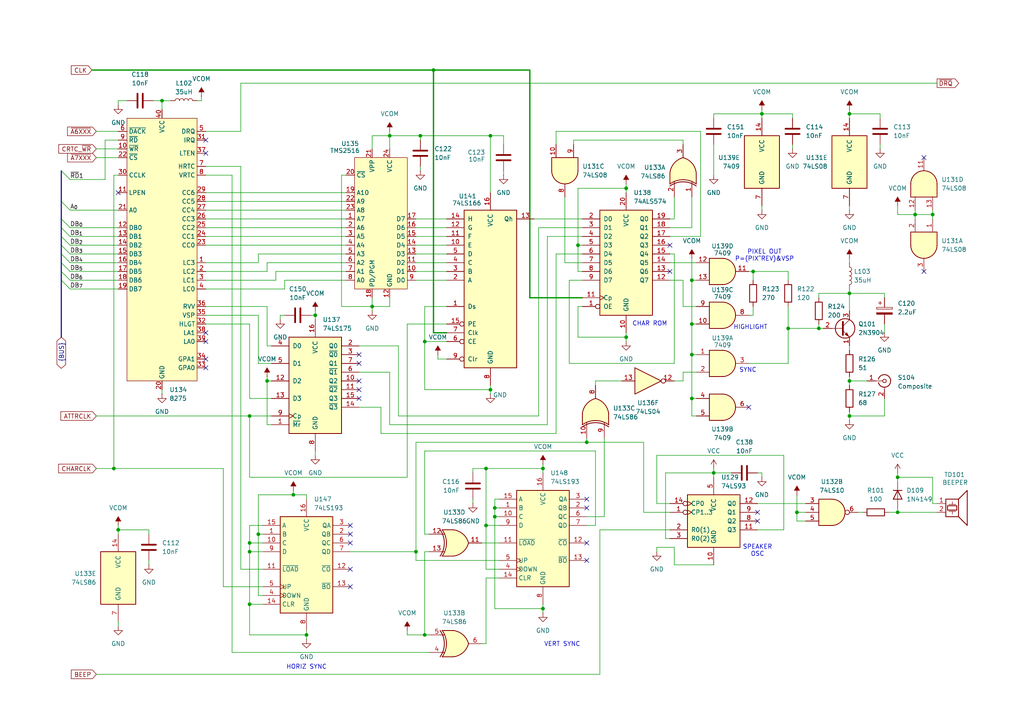
<source format=kicad_sch>
(kicad_sch (version 20250114) (generator "eeschema") (generator_version "9.0")
  (paper "A4")
  (lib_symbols
    (symbol "74LS10_3" (pin_names (offset 1.016))
      (property "Reference" "U132" (at -0.0083 8.89 0))
      (property "Value" "74LS10" (at -0.0083 6.35 0))
      (symbol "74LS10_3_1_1"
        (pin input line (at -7.62 2.54 0) (length 3.81) (name "~") (number "1"))
        (pin input line (at -7.62 0 0) (length 3.81) (name "~") (number "2"))
        (pin input line (at -7.62 -2.54 0) (length 3.81) (name "~") (number "13"))
        (pin output inverted (at 7.62 0 180) (length 3.81) (name "~") (number "12"))
      )
      (symbol "74LS10_3_1_2"
        (pin input inverted (at -7.62 2.54 0) (length 4.318) (name "~") (number "1"))
        (pin input inverted (at -7.62 0 0) (length 4.953) (name "~") (number "2"))
        (pin input inverted (at -7.62 -2.54 0) (length 4.318) (name "~") (number "13"))
        (pin output line (at 7.62 0 180) (length 3.81) (name "~") (number "12"))
      )
      (symbol "74LS10_3_2_1"
        (pin input line (at -7.62 2.54 0) (length 3.81) (name "~") (number "3"))
        (pin input line (at -7.62 0 0) (length 3.81) (name "~") (number "4"))
        (pin input line (at -7.62 -2.54 0) (length 3.81) (name "~") (number "5"))
        (pin output inverted (at 7.62 0 180) (length 3.81) (name "~") (number "6"))
      )
      (symbol "74LS10_3_2_2"
        (pin input inverted (at -7.62 2.54 0) (length 4.318) (name "~") (number "3"))
        (pin input inverted (at -7.62 0 0) (length 4.953) (name "~") (number "4"))
        (pin input inverted (at -7.62 -2.54 0) (length 4.318) (name "~") (number "5"))
        (pin output line (at 7.62 0 180) (length 3.81) (name "~") (number "6"))
      )
      (symbol "74LS10_3_3_1"
        (pin input line (at -7.62 2.54 0) (length 3.81) (name "~") (number "10"))
        (pin input line (at -7.62 0 0) (length 3.81) (name "~") (number "9"))
        (pin input line (at -7.62 -2.54 0) (length 3.81) (name "~") (number "11"))
        (pin output inverted (at 7.62 0 180) (length 3.81) (name "~") (number "8"))
      )
      (symbol "74LS10_3_3_2"
        (pin input inverted (at -7.62 2.54 0) (length 4.318) (name "~") (number "9"))
        (pin input inverted (at -7.62 0 0) (length 4.953) (name "~") (number "10"))
        (pin input inverted (at -7.62 -2.54 0) (length 4.318) (name "~") (number "11"))
        (pin output line (at 7.62 0 180) (length 3.81) (name "~") (number "8"))
      )
      (symbol "74LS10_3_4_0"
        (pin power_in line (at 0 12.7 270) (length 5.08) (name "VCC") (number "14"))
        (pin power_in line (at 0 -12.7 90) (length 5.08) (name "GND") (number "7"))
      )
    )
    (symbol "74xx:74HCT574" (pin_names (offset 1.016))
      (property "Reference" "U" (at -7.62 16.51 0))
      (property "Value" "74HCT574" (at -7.62 -16.51 0))
      (symbol "74HCT574_1_0"
        (pin input line (at -12.7 12.7 0) (length 5.08) (name "D0") (number "2"))
        (pin input line (at -12.7 10.16 0) (length 5.08) (name "D1") (number "3"))
        (pin input line (at -12.7 7.62 0) (length 5.08) (name "D2") (number "4"))
        (pin input line (at -12.7 5.08 0) (length 5.08) (name "D3") (number "5"))
        (pin input line (at -12.7 2.54 0) (length 5.08) (name "D4") (number "6"))
        (pin input line (at -12.7 0 0) (length 5.08) (name "D5") (number "7"))
        (pin input line (at -12.7 -2.54 0) (length 5.08) (name "D6") (number "8"))
        (pin input line (at -12.7 -5.08 0) (length 5.08) (name "D7") (number "9"))
        (pin input clock (at -12.7 -10.16 0) (length 5.08) (name "Cp") (number "11"))
        (pin input inverted (at -12.7 -12.7 0) (length 5.08) (name "OE") (number "1"))
        (pin power_in line (at 0 20.32 270) (length 5.08) (name "VCC") (number "20"))
        (pin power_in line (at 0 -20.32 90) (length 5.08) (name "GND") (number "10"))
        (pin tri_state line (at 12.7 12.7 180) (length 5.08) (name "Q0") (number "19"))
        (pin tri_state line (at 12.7 10.16 180) (length 5.08) (name "Q1") (number "18"))
        (pin tri_state line (at 12.7 7.62 180) (length 5.08) (name "Q2") (number "17"))
        (pin tri_state line (at 12.7 5.08 180) (length 5.08) (name "Q3") (number "16"))
        (pin tri_state line (at 12.7 2.54 180) (length 5.08) (name "Q4") (number "15"))
        (pin tri_state line (at 12.7 0 180) (length 5.08) (name "Q5") (number "14"))
        (pin tri_state line (at 12.7 -2.54 180) (length 5.08) (name "Q6") (number "13"))
        (pin tri_state line (at 12.7 -5.08 180) (length 5.08) (name "Q7") (number "12"))
      )
    )
    (symbol "74xx:74LS04"
      (property "Reference" "U" (at 0 1.27 0))
      (property "Value" "74LS04" (at 0 -1.27 0))
      (symbol "74LS04_1_0"
        (pin input line (at -7.62 0 0) (length 3.81) (name "~") (number "1"))
        (pin output inverted (at 7.62 0 180) (length 3.81) (name "~") (number "2"))
      )
      (symbol "74LS04_2_0"
        (pin input line (at -7.62 0 0) (length 3.81) (name "~") (number "3"))
        (pin output inverted (at 7.62 0 180) (length 3.81) (name "~") (number "4"))
      )
      (symbol "74LS04_3_0"
        (pin input line (at -7.62 0 0) (length 3.81) (name "~") (number "5"))
        (pin output inverted (at 7.62 0 180) (length 3.81) (name "~") (number "6"))
      )
      (symbol "74LS04_4_0"
        (pin input line (at -7.62 0 0) (length 3.81) (name "~") (number "9"))
        (pin output inverted (at 7.62 0 180) (length 3.81) (name "~") (number "8"))
      )
      (symbol "74LS04_5_0"
        (pin input line (at -7.62 0 0) (length 3.81) (name "~") (number "11"))
        (pin output inverted (at 7.62 0 180) (length 3.81) (name "~") (number "10"))
      )
      (symbol "74LS04_6_0"
        (pin input line (at -7.62 0 0) (length 3.81) (name "~") (number "13"))
        (pin output inverted (at 7.62 0 180) (length 3.81) (name "~") (number "12"))
      )
      (symbol "74LS04_7_0"
        (pin power_in line (at 0 12.7 270) (length 5.08) (name "VCC") (number "14"))
        (pin power_in line (at 0 -12.7 90) (length 5.08) (name "GND") (number "7"))
      )
    )
    (symbol "74xx:74LS08" (pin_names (offset 1.016))
      (property "Reference" "U" (at 0 1.27 0))
      (property "Value" "74LS08" (at 0 -1.27 0))
      (symbol "74LS08_1_1"
        (pin input line (at -7.62 2.54 0) (length 3.81) (name "~") (number "1"))
        (pin input line (at -7.62 -2.54 0) (length 3.81) (name "~") (number "2"))
        (pin output line (at 7.62 0 180) (length 3.81) (name "~") (number "3"))
      )
      (symbol "74LS08_1_2"
        (pin input inverted (at -7.62 2.54 0) (length 4.318) (name "~") (number "1"))
        (pin input inverted (at -7.62 -2.54 0) (length 4.318) (name "~") (number "2"))
        (pin output inverted (at 7.62 0 180) (length 3.81) (name "~") (number "3"))
      )
      (symbol "74LS08_2_1"
        (pin input line (at -7.62 2.54 0) (length 3.81) (name "~") (number "4"))
        (pin input line (at -7.62 -2.54 0) (length 3.81) (name "~") (number "5"))
        (pin output line (at 7.62 0 180) (length 3.81) (name "~") (number "6"))
      )
      (symbol "74LS08_2_2"
        (pin input inverted (at -7.62 2.54 0) (length 4.318) (name "~") (number "4"))
        (pin input inverted (at -7.62 -2.54 0) (length 4.318) (name "~") (number "5"))
        (pin output inverted (at 7.62 0 180) (length 3.81) (name "~") (number "6"))
      )
      (symbol "74LS08_3_1"
        (pin input line (at -7.62 2.54 0) (length 3.81) (name "~") (number "9"))
        (pin input line (at -7.62 -2.54 0) (length 3.81) (name "~") (number "10"))
        (pin output line (at 7.62 0 180) (length 3.81) (name "~") (number "8"))
      )
      (symbol "74LS08_3_2"
        (pin input inverted (at -7.62 2.54 0) (length 4.318) (name "~") (number "9"))
        (pin input inverted (at -7.62 -2.54 0) (length 4.318) (name "~") (number "10"))
        (pin output inverted (at 7.62 0 180) (length 3.81) (name "~") (number "8"))
      )
      (symbol "74LS08_4_1"
        (pin input line (at -7.62 2.54 0) (length 3.81) (name "~") (number "12"))
        (pin input line (at -7.62 -2.54 0) (length 3.81) (name "~") (number "13"))
        (pin output line (at 7.62 0 180) (length 3.81) (name "~") (number "11"))
      )
      (symbol "74LS08_4_2"
        (pin input inverted (at -7.62 2.54 0) (length 4.318) (name "~") (number "12"))
        (pin input inverted (at -7.62 -2.54 0) (length 4.318) (name "~") (number "13"))
        (pin output inverted (at 7.62 0 180) (length 3.81) (name "~") (number "11"))
      )
      (symbol "74LS08_5_0"
        (pin power_in line (at 0 12.7 270) (length 5.08) (name "VCC") (number "14"))
        (pin power_in line (at 0 -12.7 90) (length 5.08) (name "GND") (number "7"))
      )
    )
    (symbol "74xx:74LS09" (pin_names (offset 1.016))
      (property "Reference" "U" (at 0 1.27 0))
      (property "Value" "74LS09" (at 0 -1.27 0))
      (symbol "74LS09_1_1"
        (pin input line (at -7.62 2.54 0) (length 3.81) (name "~") (number "1"))
        (pin input line (at -7.62 -2.54 0) (length 3.81) (name "~") (number "2"))
        (pin open_collector line (at 7.62 0 180) (length 3.81) (name "~") (number "3"))
      )
      (symbol "74LS09_1_2"
        (pin input inverted (at -7.62 2.54 0) (length 4.318) (name "~") (number "1"))
        (pin input inverted (at -7.62 -2.54 0) (length 4.318) (name "~") (number "2"))
        (pin output inverted (at 7.62 0 180) (length 3.81) (name "~") (number "3"))
      )
      (symbol "74LS09_2_1"
        (pin input line (at -7.62 2.54 0) (length 3.81) (name "~") (number "4"))
        (pin input line (at -7.62 -2.54 0) (length 3.81) (name "~") (number "5"))
        (pin open_collector line (at 7.62 0 180) (length 3.81) (name "~") (number "6"))
      )
      (symbol "74LS09_2_2"
        (pin input inverted (at -7.62 2.54 0) (length 4.318) (name "~") (number "4"))
        (pin input inverted (at -7.62 -2.54 0) (length 4.318) (name "~") (number "5"))
        (pin output inverted (at 7.62 0 180) (length 3.81) (name "~") (number "6"))
      )
      (symbol "74LS09_3_1"
        (pin input line (at -7.62 2.54 0) (length 3.81) (name "~") (number "9"))
        (pin input line (at -7.62 -2.54 0) (length 3.81) (name "~") (number "10"))
        (pin open_collector line (at 7.62 0 180) (length 3.81) (name "~") (number "8"))
      )
      (symbol "74LS09_3_2"
        (pin input inverted (at -7.62 2.54 0) (length 4.318) (name "~") (number "9"))
        (pin input inverted (at -7.62 -2.54 0) (length 4.318) (name "~") (number "10"))
        (pin output inverted (at 7.62 0 180) (length 3.81) (name "~") (number "8"))
      )
      (symbol "74LS09_4_1"
        (pin input line (at -7.62 2.54 0) (length 3.81) (name "~") (number "12"))
        (pin input line (at -7.62 -2.54 0) (length 3.81) (name "~") (number "13"))
        (pin open_collector line (at 7.62 0 180) (length 3.81) (name "~") (number "11"))
      )
      (symbol "74LS09_4_2"
        (pin input inverted (at -7.62 2.54 0) (length 4.318) (name "~") (number "12"))
        (pin input inverted (at -7.62 -2.54 0) (length 4.318) (name "~") (number "13"))
        (pin output inverted (at 7.62 0 180) (length 3.81) (name "~") (number "11"))
      )
      (symbol "74LS09_5_0"
        (pin power_in line (at 0 12.7 270) (length 5.08) (name "VCC") (number "14"))
        (pin power_in line (at 0 -12.7 90) (length 5.08) (name "GND") (number "7"))
      )
    )
    (symbol "74xx:74LS166" (pin_names (offset 1.016))
      (property "Reference" "U141" (at 12.7 24.2002 0))
      (property "Value" "74LS166" (at 12.7 21.6602 0))
      (symbol "74LS166_1_0"
        (pin input line (at -12.7 17.78 0) (length 5.08) (name "H") (number "14"))
        (pin input line (at -12.7 15.24 0) (length 5.08) (name "G") (number "12"))
        (pin input line (at -12.7 12.7 0) (length 5.08) (name "F") (number "11"))
        (pin input line (at -12.7 10.16 0) (length 5.08) (name "E") (number "10"))
        (pin input line (at -12.7 7.62 0) (length 5.08) (name "D") (number "5"))
        (pin input line (at -12.7 5.08 0) (length 5.08) (name "C") (number "4"))
        (pin input line (at -12.7 2.54 0) (length 5.08) (name "B") (number "3"))
        (pin input line (at -12.7 0 0) (length 5.08) (name "A") (number "2"))
        (pin input line (at -12.7 -7.62 0) (length 5.08) (name "Ds") (number "1"))
        (pin input inverted (at -12.7 -12.7 0) (length 5.08) (name "PE") (number "15"))
        (pin input line (at -12.7 -15.24 0) (length 5.08) (name "Clk") (number "7"))
        (pin input inverted (at -12.7 -17.78 0) (length 5.08) (name "CE") (number "6"))
        (pin input inverted (at -12.7 -22.86 0) (length 5.08) (name "Clr") (number "9"))
        (pin power_in line (at 0 25.4 270) (length 5.08) (name "VCC") (number "16"))
        (pin power_in line (at 0 -30.48 90) (length 5.08) (name "GND") (number "8"))
        (pin output line (at 12.7 17.78 180) (length 5.08) (name "Qh") (number "13"))
      )
    )
    (symbol "74xx:74LS175" (pin_names (offset 1.016))
      (property "Reference" "U" (at -7.62 13.97 0))
      (property "Value" "74LS175" (at -7.62 -16.51 0))
      (symbol "74LS175_1_0"
        (pin input line (at -12.7 10.16 0) (length 5.08) (name "D0") (number "4"))
        (pin input line (at -12.7 5.08 0) (length 5.08) (name "D1") (number "5"))
        (pin input line (at -12.7 0 0) (length 5.08) (name "D2") (number "12"))
        (pin input line (at -12.7 -5.08 0) (length 5.08) (name "D3") (number "13"))
        (pin input clock (at -12.7 -10.16 0) (length 5.08) (name "Cp") (number "9"))
        (pin input line (at -12.7 -12.7 0) (length 5.08) (name "~{Mr}") (number "1"))
        (pin power_in line (at 0 17.78 270) (length 5.08) (name "VCC") (number "16"))
        (pin power_in line (at 0 -20.32 90) (length 5.08) (name "GND") (number "8"))
        (pin output line (at 12.7 10.16 180) (length 5.08) (name "Q0") (number "2"))
        (pin output line (at 12.7 7.62 180) (length 5.08) (name "~{Q0}") (number "3"))
        (pin output line (at 12.7 5.08 180) (length 5.08) (name "Q1") (number "7"))
        (pin output line (at 12.7 2.54 180) (length 5.08) (name "~{Q1}") (number "6"))
        (pin output line (at 12.7 0 180) (length 5.08) (name "Q2") (number "10"))
        (pin output line (at 12.7 -2.54 180) (length 5.08) (name "~{Q2}") (number "11"))
        (pin output line (at 12.7 -5.08 180) (length 5.08) (name "Q3") (number "15"))
        (pin output line (at 12.7 -7.62 180) (length 5.08) (name "~{Q3}") (number "14"))
      )
    )
    (symbol "74xx:74LS193"
      (property "Reference" "U" (at -7.62 13.97 0))
      (property "Value" "74LS193" (at 5.08 13.97 0))
      (symbol "74LS193_1_0"
        (pin input line (at -12.7 10.16 0) (length 5.08) (name "A") (number "15"))
        (pin input line (at -12.7 7.62 0) (length 5.08) (name "B") (number "1"))
        (pin input line (at -12.7 5.08 0) (length 5.08) (name "C") (number "10"))
        (pin input line (at -12.7 2.54 0) (length 5.08) (name "D") (number "9"))
        (pin input line (at -12.7 -2.54 0) (length 5.08) (name "~{LOAD}") (number "11"))
        (pin input clock (at -12.7 -7.62 0) (length 5.08) (name "UP") (number "5"))
        (pin input clock (at -12.7 -10.16 0) (length 5.08) (name "DOWN") (number "4"))
        (pin input line (at -12.7 -12.7 0) (length 5.08) (name "CLR") (number "14"))
        (pin power_in line (at 0 17.78 270) (length 5.08) (name "VCC") (number "16"))
        (pin power_in line (at 0 -20.32 90) (length 5.08) (name "GND") (number "8"))
        (pin output line (at 12.7 10.16 180) (length 5.08) (name "QA") (number "3"))
        (pin output line (at 12.7 7.62 180) (length 5.08) (name "QB") (number "2"))
        (pin output line (at 12.7 5.08 180) (length 5.08) (name "QC") (number "6"))
        (pin output line (at 12.7 2.54 180) (length 5.08) (name "QD") (number "7"))
        (pin output line (at 12.7 -2.54 180) (length 5.08) (name "~{CO}") (number "12"))
        (pin output line (at 12.7 -7.62 180) (length 5.08) (name "~{BO}") (number "13"))
      )
    )
    (symbol "74xx:74LS86" (pin_names (offset 1.016))
      (property "Reference" "U" (at 0 1.27 0))
      (property "Value" "74LS86" (at 0 -1.27 0))
      (symbol "74LS86_1_0"
        (pin input line (at -7.62 2.54 0) (length 4.445) (name "~") (number "1"))
        (pin input line (at -7.62 -2.54 0) (length 4.445) (name "~") (number "2"))
        (pin output line (at 7.62 0 180) (length 3.81) (name "~") (number "3"))
      )
      (symbol "74LS86_2_0"
        (pin input line (at -7.62 2.54 0) (length 4.445) (name "~") (number "4"))
        (pin input line (at -7.62 -2.54 0) (length 4.445) (name "~") (number "5"))
        (pin output line (at 7.62 0 180) (length 3.81) (name "~") (number "6"))
      )
      (symbol "74LS86_3_0"
        (pin input line (at -7.62 2.54 0) (length 4.445) (name "~") (number "9"))
        (pin input line (at -7.62 -2.54 0) (length 4.445) (name "~") (number "10"))
        (pin output line (at 7.62 0 180) (length 3.81) (name "~") (number "8"))
      )
      (symbol "74LS86_4_0"
        (pin input line (at -7.62 2.54 0) (length 4.445) (name "~") (number "12"))
        (pin input line (at -7.62 -2.54 0) (length 4.445) (name "~") (number "13"))
        (pin output line (at 7.62 0 180) (length 3.81) (name "~") (number "11"))
      )
      (symbol "74LS86_5_0"
        (pin power_in line (at 0 12.7 270) (length 5.08) (name "VCC") (number "14"))
        (pin power_in line (at 0 -12.7 90) (length 5.08) (name "GND") (number "7"))
      )
    )
    (symbol "74xx:74LS93" (pin_names (offset 1.016))
      (property "Reference" "U" (at -7.62 8.89 0))
      (property "Value" "74LS93" (at -7.62 -8.89 0))
      (symbol "74LS93_1_0"
        (pin input inverted_clock (at -12.7 5.08 0) (length 5.08) (name "CP0") (number "14"))
        (pin input inverted_clock (at -12.7 2.54 0) (length 5.08) (name "CP1..3") (number "1"))
        (pin input line (at -12.7 -2.54 0) (length 5.08) (name "R0(1)") (number "2"))
        (pin input line (at -12.7 -5.08 0) (length 5.08) (name "R0(2)") (number "3"))
        (pin power_in line (at 0 12.7 270) (length 5.08) (name "VCC") (number "5"))
        (pin power_in line (at 0 -12.7 90) (length 5.08) (name "GND") (number "10"))
        (pin output line (at 12.7 5.08 180) (length 5.08) (name "Q0") (number "12"))
        (pin output line (at 12.7 2.54 180) (length 5.08) (name "Q1") (number "9"))
        (pin output line (at 12.7 0 180) (length 5.08) (name "Q2") (number "8"))
        (pin output line (at 12.7 -2.54 180) (length 5.08) (name "Q3") (number "11"))
      )
    )
    (symbol "Connector:Conn_Coaxial" (pin_names (offset 1.016) (hide yes))
      (property "Reference" "J" (at 0.254 3.048 0))
      (property "Value" "Conn_Coaxial" (at 2.921 0 90))
      (symbol "Conn_Coaxial_1_1"
        (pin passive line (at -5.08 0 0) (length 2.54) (name "In") (number "1"))
        (pin passive line (at 0 -5.08 90) (length 2.54) (name "Ext") (number "2"))
      )
    )
    (symbol "Device:C" (pin_numbers (hide yes)) (pin_names (offset 0.254))
      (property "Reference" "C" (at 0.635 2.54 0))
      (property "Value" "C" (at 0.635 -2.54 0))
      (symbol "C_1_1"
        (pin passive line (at 0 3.81 270) (length 2.794) (name "~") (number "1"))
        (pin passive line (at 0 -3.81 90) (length 2.794) (name "~") (number "2"))
      )
    )
    (symbol "Device:C_Polarized" (pin_numbers (hide yes)) (pin_names (offset 0.254))
      (property "Reference" "C" (at 0.635 2.54 0))
      (property "Value" "C_Polarized" (at 0.635 -2.54 0))
      (symbol "C_Polarized_1_1"
        (pin passive line (at 0 3.81 270) (length 2.794) (name "~") (number "1"))
        (pin passive line (at 0 -3.81 90) (length 2.794) (name "~") (number "2"))
      )
    )
    (symbol "Device:D" (pin_numbers (hide yes)) (pin_names (offset 1.016) (hide yes))
      (property "Reference" "D" (at 0 2.54 0))
      (property "Value" "D" (at 0 -2.54 0))
      (symbol "D_1_1"
        (pin passive line (at -3.81 0 0) (length 2.54) (name "K") (number "1"))
        (pin passive line (at 3.81 0 180) (length 2.54) (name "A") (number "2"))
      )
    )
    (symbol "Device:L" (pin_numbers (hide yes)) (pin_names (offset 1.016) (hide yes))
      (property "Reference" "L" (at -1.27 0 90))
      (property "Value" "L" (at 1.905 0 90))
      (symbol "L_1_1"
        (pin passive line (at 0 3.81 270) (length 1.27) (name "1") (number "1"))
        (pin passive line (at 0 -3.81 90) (length 1.27) (name "2") (number "2"))
      )
    )
    (symbol "Device:R" (pin_numbers (hide yes)) (pin_names (offset 0))
      (property "Reference" "R" (at 2.032 0 90))
      (property "Value" "R" (at 0 0 90))
      (symbol "R_1_1"
        (pin passive line (at 0 3.81 270) (length 1.27) (name "~") (number "1"))
        (pin passive line (at 0 -3.81 90) (length 1.27) (name "~") (number "2"))
      )
    )
    (symbol "Device:Speaker_Crystal" (pin_names (offset 0) (hide yes))
      (property "Reference" "LS" (at 0.635 5.715 0))
      (property "Value" "Speaker_Crystal" (at 0.635 3.81 0))
      (symbol "Speaker_Crystal_1_1"
        (pin input line (at -5.08 0 0) (length 2.54) (name "1") (number "1"))
        (pin input line (at -5.08 -2.54 0) (length 2.54) (name "2") (number "2"))
      )
    )
    (symbol "Transistor_BJT:2N3904" (pin_names (offset 0) (hide yes))
      (property "Reference" "Q" (at 5.08 1.905 0))
      (property "Value" "2N3904" (at 5.08 0 0))
      (symbol "2N3904_1_1"
        (pin input line (at -5.08 0 0) (length 2.54) (name "B") (number "2"))
        (pin passive line (at 2.54 5.08 270) (length 2.54) (name "C") (number "3"))
        (pin passive line (at 2.54 -5.08 90) (length 2.54) (name "E") (number "1"))
      )
    )
    (symbol "ZX1:8275"
      (property "Reference" "U" (at 0 0 0))
      (symbol "8275_1_1"
        (pin input line (at -12.7 22.86 0) (length 2.54) (name "~{DACK}") (number "6"))
        (pin input line (at -12.7 20.32 0) (length 2.54) (name "~{RD}") (number "9"))
        (pin input line (at -12.7 17.78 0) (length 2.54) (name "~{WR}") (number "10"))
        (pin input line (at -12.7 15.24 0) (length 2.54) (name "~{CS}") (number "22"))
        (pin input line (at -12.7 10.16 0) (length 2.54) (name "CCLK") (number "30"))
        (pin input line (at -12.7 5.08 0) (length 2.54) (name "LPEN") (number "11"))
        (pin input line (at -12.7 0 0) (length 2.54) (name "A0") (number "21"))
        (pin bidirectional line (at -12.7 -5.08 0) (length 2.54) (name "DB0") (number "12"))
        (pin bidirectional line (at -12.7 -7.62 0) (length 2.54) (name "DB1") (number "13"))
        (pin bidirectional line (at -12.7 -10.16 0) (length 2.54) (name "DB2") (number "14"))
        (pin bidirectional line (at -12.7 -12.7 0) (length 2.54) (name "DB3") (number "15"))
        (pin bidirectional line (at -12.7 -15.24 0) (length 2.54) (name "DB4") (number "16"))
        (pin bidirectional line (at -12.7 -17.78 0) (length 2.54) (name "DB5") (number "17"))
        (pin bidirectional line (at -12.7 -20.32 0) (length 2.54) (name "DB6") (number "18"))
        (pin bidirectional line (at -12.7 -22.86 0) (length 2.54) (name "DB7") (number "19"))
        (pin power_in line (at 0 29.21 270) (length 2.54) (name "VCC") (number "40"))
        (pin power_in line (at 0 -52.07 90) (length 2.54) (name "GND") (number "20"))
        (pin output line (at 12.7 22.86 180) (length 2.54) (name "DRQ") (number "5"))
        (pin output line (at 12.7 20.32 180) (length 2.54) (name "IRQ") (number "31"))
        (pin output line (at 12.7 16.51 180) (length 2.54) (name "LTEN") (number "37"))
        (pin output line (at 12.7 12.7 180) (length 2.54) (name "HRTC") (number "7"))
        (pin output line (at 12.7 10.16 180) (length 2.54) (name "VRTC") (number "8"))
        (pin output line (at 12.7 5.08 180) (length 2.54) (name "CC6") (number "29"))
        (pin output line (at 12.7 2.54 180) (length 2.54) (name "CC5") (number "28"))
        (pin output line (at 12.7 0 180) (length 2.54) (name "CC4") (number "27"))
        (pin output line (at 12.7 -2.54 180) (length 2.54) (name "CC3") (number "26"))
        (pin output line (at 12.7 -5.08 180) (length 2.54) (name "CC2") (number "25"))
        (pin output line (at 12.7 -7.62 180) (length 2.54) (name "CC1") (number "24"))
        (pin output line (at 12.7 -10.16 180) (length 2.54) (name "CC0") (number "23"))
        (pin output line (at 12.7 -15.24 180) (length 2.54) (name "LC3") (number "1"))
        (pin output line (at 12.7 -17.78 180) (length 2.54) (name "LC2") (number "2"))
        (pin output line (at 12.7 -20.32 180) (length 2.54) (name "LC1") (number "3"))
        (pin output line (at 12.7 -22.86 180) (length 2.54) (name "LC0") (number "4"))
        (pin output line (at 12.7 -27.94 180) (length 2.54) (name "RVV") (number "36"))
        (pin output line (at 12.7 -30.48 180) (length 2.54) (name "VSP") (number "35"))
        (pin output line (at 12.7 -33.02 180) (length 2.54) (name "HLGT") (number "32"))
        (pin output line (at 12.7 -35.56 180) (length 2.54) (name "LA1") (number "38"))
        (pin output line (at 12.7 -38.1 180) (length 2.54) (name "LA0") (number "39"))
        (pin output line (at 12.7 -43.18 180) (length 2.54) (name "GPA1") (number "34"))
        (pin output line (at 12.7 -45.72 180) (length 2.54) (name "GPA0") (number "33"))
      )
    )
    (symbol "ZX1:TMS2516"
      (property "Reference" "U" (at 0 0 0))
      (property "Value" "TMS2516" (at 0 0 0))
      (symbol "TMS2516_1_1"
        (pin input line (at -10.16 7.62 0) (length 2.54) (name "~{CS}") (number "20"))
        (pin input line (at -10.16 2.54 0) (length 2.54) (name "A10") (number "19"))
        (pin input line (at -10.16 0 0) (length 2.54) (name "A9") (number "22"))
        (pin input line (at -10.16 -2.54 0) (length 2.54) (name "A8") (number "23"))
        (pin input line (at -10.16 -5.08 0) (length 2.54) (name "A7") (number "1"))
        (pin input line (at -10.16 -7.62 0) (length 2.54) (name "A6") (number "2"))
        (pin input line (at -10.16 -10.16 0) (length 2.54) (name "A5") (number "3"))
        (pin input line (at -10.16 -12.7 0) (length 2.54) (name "A4") (number "4"))
        (pin input line (at -10.16 -15.24 0) (length 2.54) (name "A3") (number "5"))
        (pin input line (at -10.16 -17.78 0) (length 2.54) (name "A2") (number "6"))
        (pin input line (at -10.16 -20.32 0) (length 2.54) (name "A1") (number "7"))
        (pin input line (at -10.16 -22.86 0) (length 2.54) (name "A0") (number "8"))
        (pin power_in line (at -2.54 15.24 270) (length 2.54) (name "VPP") (number "21"))
        (pin input line (at -2.54 -27.94 90) (length 2.54) (name "PD/PGM") (number "18"))
        (pin power_in line (at 2.54 15.24 270) (length 2.54) (name "VCC") (number "24"))
        (pin power_in line (at 2.54 -27.94 90) (length 2.54) (name "GND") (number "12"))
        (pin output line (at 10.16 -5.08 180) (length 2.54) (name "D7") (number "17"))
        (pin output line (at 10.16 -7.62 180) (length 2.54) (name "D6") (number "16"))
        (pin output line (at 10.16 -10.16 180) (length 2.54) (name "D5") (number "15"))
        (pin output line (at 10.16 -12.7 180) (length 2.54) (name "D4") (number "14"))
        (pin output line (at 10.16 -15.24 180) (length 2.54) (name "D3") (number "13"))
        (pin output line (at 10.16 -17.78 180) (length 2.54) (name "D2") (number "11"))
        (pin output line (at 10.16 -20.32 180) (length 2.54) (name "D1") (number "10"))
        (pin output line (at 10.16 -22.86 180) (length 2.54) (name "D0") (number "9"))
      )
    )
    (symbol "power:GND" (power) (pin_numbers (hide yes)) (pin_names (offset 0) (hide yes))
      (property "Value" "GND" (at 0 -3.81 0))
      (symbol "GND_1_1"
        (pin power_in line (at 0 0 270) (length 0) (name "~") (number "1"))
      )
    )
    (symbol "power:VCC" (power) (pin_numbers (hide yes)) (pin_names (offset 0) (hide yes))
      (property "Value" "VCC" (at 0 3.556 0))
      (symbol "VCC_1_1"
        (pin power_in line (at 0 0 90) (length 0) (name "~") (number "1"))
      )
    )
    (symbol "power:VCOM" (power) (pin_numbers (hide yes)) (pin_names (offset 0) (hide yes))
      (property "Value" "VCOM" (at 0 3.556 0))
      (symbol "VCOM_1_1"
        (pin power_in line (at 0 0 90) (length 0) (name "~") (number "1"))
      )
    )
  )
  (text "VERT SYNC" (at 163.068 186.944 0) (effects (font (size 1.27 1.27))))
  (text "HIGHLIGHT" (at 217.678 94.996 0) (effects (font (size 1.27 1.27))))
  (text "SPEAKER\nOSC" (at 219.71 159.766 0) (effects (font (size 1.27 1.27))))
  (text "PIXEL OUT\nP=(PIX^REV)&VSP" (at 221.742 74.168 0) (effects (font (size 1.27 1.27))))
  (text "SYNC" (at 216.916 107.442 0) (effects (font (size 1.27 1.27))))
  (text "HORIZ SYNC" (at 88.9 193.548 0) (effects (font (size 1.27 1.27))))
  (text "CHAR ROM" (at 188.468 93.98 0) (effects (font (size 1.27 1.27))))
  (junction (at 125.73 20.32))
  (junction (at 72.39 160.02))
  (junction (at 237.49 95.25))
  (junction (at 207.01 137.16))
  (junction (at 143.51 147.32))
  (junction (at 120.65 160.02))
  (junction (at 260.35 138.43))
  (junction (at 157.48 176.53))
  (junction (at 246.38 110.49))
  (junction (at 270.51 62.23))
  (junction (at 72.39 157.48))
  (junction (at 200.66 81.28))
  (junction (at 77.47 110.49))
  (junction (at 142.24 39.37))
  (junction (at 246.38 85.09))
  (junction (at 218.44 78.74))
  (junction (at 170.18 128.27))
  (junction (at 88.9 184.15))
  (junction (at 107.95 88.9))
  (junction (at 265.43 62.23))
  (junction (at 167.64 71.12))
  (junction (at 72.39 120.65))
  (junction (at 91.44 91.44))
  (junction (at 231.14 148.59))
  (junction (at 260.35 148.59))
  (junction (at 85.09 143.51))
  (junction (at 74.93 154.94))
  (junction (at 200.66 115.57))
  (junction (at 181.61 97.79))
  (junction (at 140.97 152.4))
  (junction (at 33.02 135.89))
  (junction (at 200.66 93.98))
  (junction (at 72.39 175.26))
  (junction (at 113.03 39.37))
  (junction (at 246.38 33.02))
  (junction (at 140.97 135.89))
  (junction (at 123.19 184.15))
  (junction (at 123.19 99.06))
  (junction (at 181.61 54.61))
  (junction (at 220.98 33.02))
  (junction (at 246.38 120.65))
  (junction (at 157.48 135.89))
  (junction (at 34.29 153.67))
  (junction (at 200.66 102.87))
  (junction (at 46.99 29.21))
  (junction (at 228.6 95.25))
  (junction (at 142.24 113.03))
  (junction (at 121.92 39.37))
  (junction (at 143.51 149.86))
  (no_connect (at 170.18 144.78))
  (no_connect (at 59.69 40.64))
  (no_connect (at 59.69 99.06))
  (no_connect (at 267.97 78.74))
  (no_connect (at 194.31 78.74))
  (no_connect (at 267.97 45.72))
  (no_connect (at 170.18 157.48))
  (no_connect (at 217.17 118.11))
  (no_connect (at 101.6 154.94))
  (no_connect (at 104.14 110.49))
  (no_connect (at 59.69 106.68))
  (no_connect (at 101.6 170.18))
  (no_connect (at 34.29 55.88))
  (no_connect (at 219.71 148.59))
  (no_connect (at 101.6 165.1))
  (no_connect (at 59.69 44.45))
  (no_connect (at 170.18 147.32))
  (no_connect (at 104.14 105.41))
  (no_connect (at 101.6 157.48))
  (no_connect (at 104.14 113.03))
  (no_connect (at 219.71 151.13))
  (no_connect (at 170.18 162.56))
  (no_connect (at 59.69 96.52))
  (no_connect (at 101.6 152.4))
  (no_connect (at 59.69 104.14))
  (no_connect (at 194.31 71.12))
  (no_connect (at 104.14 102.87))
  (no_connect (at 104.14 115.57))
  (bus_entry (at 17.78 78.74) (size 2.54 2.54))
  (bus_entry (at 17.78 76.2) (size 2.54 2.54))
  (bus_entry (at 17.78 66.04) (size 2.54 2.54))
  (bus_entry (at 17.78 81.28) (size 2.54 2.54))
  (bus_entry (at 17.78 68.58) (size 2.54 2.54))
  (bus_entry (at 17.78 58.42) (size 2.54 2.54))
  (bus_entry (at 17.78 73.66) (size 2.54 2.54))
  (bus_entry (at 17.78 71.12) (size 2.54 2.54))
  (bus_entry (at 17.78 63.5) (size 2.54 2.54))
  (bus_entry (at 17.78 49.53) (size 2.54 2.54))
  (wire (pts (xy 36.83 29.21) (xy 34.29 29.21)))
  (wire (pts (xy 158.75 123.19) (xy 158.75 68.58)))
  (wire (pts (xy 77.47 110.49) (xy 78.74 110.49)))
  (wire (pts (xy 220.98 33.02) (xy 229.87 33.02)))
  (wire (pts (xy 77.47 76.2) (xy 100.33 76.2)))
  (wire (pts (xy 246.38 109.22) (xy 246.38 110.49)))
  (wire (pts (xy 167.64 71.12) (xy 167.64 78.74)))
  (wire (pts (xy 72.39 138.43) (xy 118.11 138.43)))
  (wire (pts (xy 237.49 93.98) (xy 237.49 95.25)))
  (wire (pts (xy 218.44 88.9) (xy 218.44 91.44)))
  (wire (pts (xy 120.65 71.12) (xy 129.54 71.12)))
  (wire (pts (xy 77.47 109.22) (xy 77.47 110.49)))
  (wire (pts (xy 207.01 137.16) (xy 212.09 137.16)))
  (wire (pts (xy 82.55 83.82) (xy 82.55 81.28)))
  (wire (pts (xy 207.01 135.89) (xy 207.01 137.16)))
  (wire (pts (xy 34.29 29.21) (xy 34.29 30.48)))
  (wire (pts (xy 125.73 20.32) (xy 153.67 20.32)) (stroke (width 0.381)))
  (wire (pts (xy 200.66 102.87) (xy 200.66 93.98)))
  (wire (pts (xy 181.61 97.79) (xy 181.61 99.06)))
  (wire (pts (xy 140.97 152.4) (xy 144.78 152.4)))
  (wire (pts (xy 30.48 40.64) (xy 30.48 52.07)))
  (wire (pts (xy 137.16 144.78) (xy 137.16 146.05)))
  (wire (pts (xy 107.95 88.9) (xy 113.03 88.9)))
  (wire (pts (xy 80.01 81.28) (xy 80.01 78.74)))
  (wire (pts (xy 129.54 104.14) (xy 127 104.14)))
  (wire (pts (xy 44.45 29.21) (xy 46.99 29.21)))
  (wire (pts (xy 82.55 91.44) (xy 81.28 91.44)))
  (wire (pts (xy 167.64 71.12) (xy 167.64 54.61)))
  (wire (pts (xy 120.65 128.27) (xy 120.65 160.02)))
  (wire (pts (xy 142.24 39.37) (xy 142.24 55.88)))
  (wire (pts (xy 260.35 148.59) (xy 271.78 148.59)))
  (wire (pts (xy 246.38 33.02) (xy 246.38 34.29)))
  (wire (pts (xy 27.94 195.58) (xy 173.99 195.58)))
  (wire (pts (xy 168.91 86.36) (xy 153.67 86.36)) (stroke (width 0.381)))
  (wire (pts (xy 140.97 135.89) (xy 157.48 135.89)))
  (bus (pts (xy 17.78 63.5) (xy 17.78 66.04)))
  (wire (pts (xy 246.38 83.82) (xy 246.38 85.09)))
  (wire (pts (xy 220.98 31.75) (xy 220.98 33.02)))
  (wire (pts (xy 260.35 138.43) (xy 260.35 139.7)))
  (wire (pts (xy 74.93 76.2) (xy 59.69 76.2)))
  (wire (pts (xy 90.17 91.44) (xy 91.44 91.44)))
  (wire (pts (xy 77.47 123.19) (xy 78.74 123.19)))
  (wire (pts (xy 203.2 68.58) (xy 203.2 38.1)))
  (wire (pts (xy 237.49 86.36) (xy 237.49 85.09)))
  (wire (pts (xy 140.97 167.64) (xy 144.78 167.64)))
  (wire (pts (xy 59.69 38.1) (xy 69.85 38.1)))
  (wire (pts (xy 144.78 147.32) (xy 143.51 147.32)))
  (wire (pts (xy 74.93 154.94) (xy 74.93 143.51)))
  (wire (pts (xy 233.68 151.13) (xy 231.14 151.13)))
  (wire (pts (xy 246.38 110.49) (xy 251.46 110.49)))
  (wire (pts (xy 142.24 39.37) (xy 146.05 39.37)))
  (wire (pts (xy 69.85 48.26) (xy 69.85 165.1)))
  (wire (pts (xy 107.95 43.18) (xy 107.95 39.37)))
  (wire (pts (xy 20.32 68.58) (xy 34.29 68.58)))
  (wire (pts (xy 59.69 88.9) (xy 77.47 88.9)))
  (wire (pts (xy 120.65 162.56) (xy 144.78 162.56)))
  (wire (pts (xy 74.93 91.44) (xy 74.93 105.41)))
  (wire (pts (xy 146.05 39.37) (xy 146.05 41.91)))
  (wire (pts (xy 156.21 66.04) (xy 156.21 120.65)))
  (wire (pts (xy 85.09 142.24) (xy 85.09 143.51)))
  (wire (pts (xy 59.69 71.12) (xy 100.33 71.12)))
  (wire (pts (xy 228.6 95.25) (xy 228.6 88.9)))
  (wire (pts (xy 167.64 97.79) (xy 181.61 97.79)))
  (wire (pts (xy 113.03 39.37) (xy 121.92 39.37)))
  (wire (pts (xy 59.69 55.88) (xy 100.33 55.88)))
  (wire (pts (xy 172.72 130.81) (xy 123.19 130.81)))
  (wire (pts (xy 20.32 73.66) (xy 34.29 73.66)))
  (wire (pts (xy 120.65 73.66) (xy 129.54 73.66)))
  (wire (pts (xy 195.58 163.83) (xy 207.01 163.83)))
  (wire (pts (xy 77.47 88.9) (xy 77.47 100.33)))
  (wire (pts (xy 26.67 20.32) (xy 125.73 20.32)) (stroke (width 0.381)))
  (wire (pts (xy 246.38 120.65) (xy 256.54 120.65)))
  (wire (pts (xy 74.93 73.66) (xy 100.33 73.66)))
  (wire (pts (xy 190.5 158.75) (xy 190.5 160.02)))
  (wire (pts (xy 64.77 135.89) (xy 64.77 170.18)))
  (wire (pts (xy 227.33 153.67) (xy 227.33 132.08)))
  (wire (pts (xy 217.17 78.74) (xy 218.44 78.74)))
  (wire (pts (xy 237.49 95.25) (xy 238.76 95.25)))
  (wire (pts (xy 165.1 105.41) (xy 195.58 105.41)))
  (wire (pts (xy 20.32 76.2) (xy 34.29 76.2)))
  (wire (pts (xy 115.57 120.65) (xy 115.57 100.33)))
  (wire (pts (xy 190.5 146.05) (xy 194.31 146.05)))
  (wire (pts (xy 20.32 81.28) (xy 34.29 81.28)))
  (wire (pts (xy 27.94 43.18) (xy 34.29 43.18)))
  (wire (pts (xy 161.29 125.73) (xy 161.29 73.66)))
  (wire (pts (xy 186.69 148.59) (xy 194.31 148.59)))
  (wire (pts (xy 200.66 57.15) (xy 200.66 66.04)))
  (wire (pts (xy 198.12 40.64) (xy 166.37 40.64)))
  (wire (pts (xy 143.51 176.53) (xy 157.48 176.53)))
  (wire (pts (xy 27.94 45.72) (xy 34.29 45.72)))
  (wire (pts (xy 255.27 33.02) (xy 246.38 33.02)))
  (wire (pts (xy 143.51 147.32) (xy 143.51 149.86)))
  (bus (pts (xy 17.78 76.2) (xy 17.78 78.74)))
  (wire (pts (xy 69.85 165.1) (xy 76.2 165.1)))
  (wire (pts (xy 99.06 50.8) (xy 99.06 88.9)))
  (wire (pts (xy 194.31 81.28) (xy 198.12 81.28)))
  (wire (pts (xy 246.38 59.69) (xy 246.38 60.96)))
  (wire (pts (xy 270.51 146.05) (xy 270.51 138.43)))
  (wire (pts (xy 27.94 135.89) (xy 33.02 135.89)))
  (wire (pts (xy 67.31 50.8) (xy 67.31 189.23)))
  (wire (pts (xy 78.74 105.41) (xy 74.93 105.41)))
  (wire (pts (xy 72.39 184.15) (xy 88.9 184.15)))
  (wire (pts (xy 198.12 107.95) (xy 201.93 107.95)))
  (wire (pts (xy 123.19 99.06) (xy 123.19 113.03)))
  (wire (pts (xy 123.19 130.81) (xy 123.19 154.94)))
  (wire (pts (xy 256.54 93.98) (xy 256.54 96.52)))
  (wire (pts (xy 72.39 175.26) (xy 72.39 184.15)))
  (wire (pts (xy 260.35 147.32) (xy 260.35 148.59)))
  (wire (pts (xy 194.31 68.58) (xy 203.2 68.58)))
  (wire (pts (xy 142.24 111.76) (xy 142.24 113.03)))
  (wire (pts (xy 88.9 184.15) (xy 88.9 185.42)))
  (wire (pts (xy 195.58 163.83) (xy 195.58 158.75)))
  (wire (pts (xy 107.95 86.36) (xy 107.95 88.9)))
  (wire (pts (xy 74.93 91.44) (xy 59.69 91.44)))
  (wire (pts (xy 59.69 68.58) (xy 100.33 68.58)))
  (wire (pts (xy 20.32 52.07) (xy 30.48 52.07)))
  (wire (pts (xy 248.92 148.59) (xy 250.19 148.59)))
  (wire (pts (xy 200.66 102.87) (xy 200.66 115.57)))
  (wire (pts (xy 20.32 83.82) (xy 34.29 83.82)))
  (wire (pts (xy 72.39 175.26) (xy 76.2 175.26)))
  (wire (pts (xy 257.81 148.59) (xy 260.35 148.59)))
  (wire (pts (xy 167.64 88.9) (xy 167.64 97.79)))
  (wire (pts (xy 186.69 128.27) (xy 186.69 148.59)))
  (wire (pts (xy 153.67 86.36) (xy 153.67 20.32)) (stroke (width 0.381)))
  (wire (pts (xy 120.65 160.02) (xy 120.65 162.56)))
  (wire (pts (xy 175.26 149.86) (xy 170.18 149.86)))
  (wire (pts (xy 49.53 29.21) (xy 46.99 29.21)))
  (wire (pts (xy 143.51 144.78) (xy 143.51 147.32)))
  (wire (pts (xy 120.65 63.5) (xy 129.54 63.5)))
  (wire (pts (xy 76.2 172.72) (xy 74.93 172.72)))
  (wire (pts (xy 231.14 151.13) (xy 231.14 148.59)))
  (wire (pts (xy 91.44 130.81) (xy 91.44 132.08)))
  (wire (pts (xy 123.19 154.94) (xy 124.46 154.94)))
  (wire (pts (xy 85.09 143.51) (xy 88.9 143.51)))
  (wire (pts (xy 72.39 157.48) (xy 72.39 160.02)))
  (wire (pts (xy 20.32 66.04) (xy 34.29 66.04)))
  (wire (pts (xy 154.94 63.5) (xy 168.91 63.5)))
  (wire (pts (xy 72.39 157.48) (xy 76.2 157.48)))
  (wire (pts (xy 246.38 120.65) (xy 246.38 121.92)))
  (wire (pts (xy 144.78 144.78) (xy 143.51 144.78)))
  (wire (pts (xy 231.14 148.59) (xy 233.68 148.59)))
  (wire (pts (xy 72.39 152.4) (xy 72.39 157.48)))
  (wire (pts (xy 107.95 88.9) (xy 107.95 90.17)))
  (wire (pts (xy 195.58 57.15) (xy 195.58 63.5)))
  (wire (pts (xy 193.04 156.21) (xy 193.04 137.16)))
  (wire (pts (xy 166.37 40.64) (xy 166.37 41.91)))
  (wire (pts (xy 198.12 88.9) (xy 201.93 88.9)))
  (wire (pts (xy 59.69 58.42) (xy 100.33 58.42)))
  (wire (pts (xy 231.14 143.51) (xy 231.14 148.59)))
  (wire (pts (xy 201.93 102.87) (xy 200.66 102.87)))
  (wire (pts (xy 201.93 93.98) (xy 200.66 93.98)))
  (wire (pts (xy 143.51 149.86) (xy 144.78 149.86)))
  (wire (pts (xy 255.27 41.91) (xy 255.27 43.18)))
  (wire (pts (xy 265.43 62.23) (xy 270.51 62.23)))
  (wire (pts (xy 190.5 132.08) (xy 190.5 146.05)))
  (wire (pts (xy 195.58 73.66) (xy 195.58 105.41)))
  (wire (pts (xy 157.48 176.53) (xy 157.48 175.26)))
  (wire (pts (xy 77.47 110.49) (xy 77.47 123.19)))
  (wire (pts (xy 229.87 33.02) (xy 229.87 34.29)))
  (wire (pts (xy 228.6 95.25) (xy 237.49 95.25)))
  (wire (pts (xy 78.74 100.33) (xy 77.47 100.33)))
  (wire (pts (xy 72.39 120.65) (xy 72.39 138.43)))
  (wire (pts (xy 172.72 110.49) (xy 180.34 110.49)))
  (wire (pts (xy 113.03 86.36) (xy 113.03 88.9)))
  (wire (pts (xy 165.1 81.28) (xy 165.1 105.41)))
  (wire (pts (xy 113.03 123.19) (xy 158.75 123.19)))
  (wire (pts (xy 74.93 172.72) (xy 74.93 154.94)))
  (wire (pts (xy 228.6 105.41) (xy 228.6 95.25)))
  (wire (pts (xy 220.98 33.02) (xy 207.01 33.02)))
  (wire (pts (xy 265.43 62.23) (xy 260.35 62.23)))
  (wire (pts (xy 82.55 81.28) (xy 100.33 81.28)))
  (wire (pts (xy 146.05 49.53) (xy 146.05 50.8)))
  (wire (pts (xy 27.94 120.65) (xy 72.39 120.65)))
  (wire (pts (xy 59.69 93.98) (xy 72.39 93.98)))
  (wire (pts (xy 219.71 146.05) (xy 233.68 146.05)))
  (wire (pts (xy 72.39 160.02) (xy 76.2 160.02)))
  (wire (pts (xy 137.16 135.89) (xy 140.97 135.89)))
  (wire (pts (xy 200.66 93.98) (xy 200.66 81.28)))
  (wire (pts (xy 218.44 78.74) (xy 228.6 78.74)))
  (wire (pts (xy 88.9 143.51) (xy 88.9 144.78)))
  (wire (pts (xy 207.01 41.91) (xy 207.01 50.8)))
  (wire (pts (xy 246.38 119.38) (xy 246.38 120.65)))
  (wire (pts (xy 91.44 90.17) (xy 91.44 91.44)))
  (wire (pts (xy 181.61 97.79) (xy 181.61 96.52)))
  (wire (pts (xy 193.04 137.16) (xy 207.01 137.16)))
  (wire (pts (xy 260.35 59.69) (xy 260.35 62.23)))
  (wire (pts (xy 142.24 113.03) (xy 142.24 114.3)))
  (wire (pts (xy 163.83 57.15) (xy 163.83 76.2)))
  (wire (pts (xy 118.11 184.15) (xy 118.11 182.88)))
  (wire (pts (xy 246.38 85.09) (xy 246.38 90.17)))
  (wire (pts (xy 120.65 68.58) (xy 129.54 68.58)))
  (wire (pts (xy 74.93 73.66) (xy 74.93 76.2)))
  (wire (pts (xy 74.93 143.51) (xy 85.09 143.51)))
  (wire (pts (xy 195.58 110.49) (xy 198.12 110.49)))
  (wire (pts (xy 76.2 152.4) (xy 72.39 152.4)))
  (wire (pts (xy 113.03 38.1) (xy 113.03 39.37)))
  (bus (pts (xy 17.78 81.28) (xy 17.78 97.79)))
  (bus (pts (xy 17.78 68.58) (xy 17.78 71.12)))
  (wire (pts (xy 200.66 115.57) (xy 201.93 115.57)))
  (wire (pts (xy 123.19 88.9) (xy 123.19 99.06)))
  (wire (pts (xy 156.21 120.65) (xy 115.57 120.65)))
  (wire (pts (xy 72.39 160.02) (xy 72.39 175.26)))
  (wire (pts (xy 256.54 120.65) (xy 256.54 115.57)))
  (wire (pts (xy 121.92 39.37) (xy 142.24 39.37)))
  (wire (pts (xy 173.99 153.67) (xy 173.99 195.58)))
  (wire (pts (xy 157.48 176.53) (xy 157.48 177.8)))
  (wire (pts (xy 198.12 81.28) (xy 198.12 88.9)))
  (wire (pts (xy 246.38 110.49) (xy 246.38 111.76)))
  (wire (pts (xy 218.44 78.74) (xy 218.44 81.28)))
  (wire (pts (xy 246.38 85.09) (xy 256.54 85.09)))
  (wire (pts (xy 255.27 34.29) (xy 255.27 33.02)))
  (wire (pts (xy 110.49 118.11) (xy 110.49 125.73)))
  (wire (pts (xy 140.97 165.1) (xy 140.97 152.4)))
  (wire (pts (xy 72.39 93.98) (xy 72.39 115.57)))
  (wire (pts (xy 229.87 41.91) (xy 229.87 43.18)))
  (wire (pts (xy 104.14 100.33) (xy 115.57 100.33)))
  (wire (pts (xy 137.16 137.16) (xy 137.16 135.89)))
  (wire (pts (xy 69.85 38.1) (xy 69.85 24.13)))
  (wire (pts (xy 76.2 154.94) (xy 74.93 154.94)))
  (wire (pts (xy 78.74 115.57) (xy 72.39 115.57)))
  (wire (pts (xy 59.69 50.8) (xy 67.31 50.8)))
  (wire (pts (xy 170.18 128.27) (xy 186.69 128.27)))
  (wire (pts (xy 181.61 53.34) (xy 181.61 54.61)))
  (wire (pts (xy 172.72 152.4) (xy 172.72 130.81)))
  (wire (pts (xy 120.65 66.04) (xy 129.54 66.04)))
  (wire (pts (xy 123.19 113.03) (xy 142.24 113.03)))
  (wire (pts (xy 246.38 100.33) (xy 246.38 101.6)))
  (wire (pts (xy 30.48 40.64) (xy 34.29 40.64)))
  (wire (pts (xy 203.2 38.1) (xy 161.29 38.1)))
  (wire (pts (xy 256.54 85.09) (xy 256.54 86.36)))
  (wire (pts (xy 123.19 88.9) (xy 129.54 88.9)))
  (wire (pts (xy 168.91 71.12) (xy 167.64 71.12)))
  (wire (pts (xy 161.29 73.66) (xy 168.91 73.66)))
  (wire (pts (xy 144.78 165.1) (xy 140.97 165.1)))
  (wire (pts (xy 127 102.87) (xy 127 104.14)))
  (wire (pts (xy 121.92 39.37) (xy 121.92 40.64)))
  (wire (pts (xy 46.99 113.03) (xy 46.99 114.3)))
  (wire (pts (xy 101.6 160.02) (xy 120.65 160.02)))
  (wire (pts (xy 246.38 74.93) (xy 246.38 76.2)))
  (wire (pts (xy 123.19 160.02) (xy 123.19 184.15)))
  (wire (pts (xy 181.61 54.61) (xy 181.61 55.88)))
  (wire (pts (xy 246.38 31.75) (xy 246.38 33.02)))
  (wire (pts (xy 20.32 78.74) (xy 34.29 78.74)))
  (wire (pts (xy 34.29 50.8) (xy 33.02 50.8)))
  (wire (pts (xy 219.71 137.16) (xy 220.98 137.16)))
  (wire (pts (xy 123.19 184.15) (xy 124.46 184.15)))
  (wire (pts (xy 91.44 91.44) (xy 91.44 92.71)))
  (wire (pts (xy 20.32 60.96) (xy 34.29 60.96)))
  (wire (pts (xy 120.65 81.28) (xy 129.54 81.28)))
  (wire (pts (xy 207.01 137.16) (xy 207.01 138.43)))
  (wire (pts (xy 118.11 93.98) (xy 118.11 138.43)))
  (wire (pts (xy 120.65 76.2) (xy 129.54 76.2)))
  (wire (pts (xy 139.7 157.48) (xy 144.78 157.48)))
  (bus (pts (xy 17.78 78.74) (xy 17.78 81.28)))
  (wire (pts (xy 195.58 158.75) (xy 190.5 158.75)))
  (wire (pts (xy 125.73 20.32) (xy 125.73 96.52)) (stroke (width 0.381)))
  (wire (pts (xy 107.95 39.37) (xy 113.03 39.37)))
  (wire (pts (xy 167.64 78.74) (xy 168.91 78.74)))
  (wire (pts (xy 43.18 162.56) (xy 43.18 163.83)))
  (wire (pts (xy 104.14 118.11) (xy 110.49 118.11)))
  (bus (pts (xy 17.78 58.42) (xy 17.78 63.5)))
  (wire (pts (xy 64.77 170.18) (xy 76.2 170.18)))
  (wire (pts (xy 200.66 120.65) (xy 201.93 120.65)))
  (wire (pts (xy 158.75 68.58) (xy 168.91 68.58)))
  (wire (pts (xy 27.94 38.1) (xy 34.29 38.1)))
  (wire (pts (xy 113.03 107.95) (xy 113.03 123.19)))
  (wire (pts (xy 198.12 110.49) (xy 198.12 107.95)))
  (bus (pts (xy 17.78 73.66) (xy 17.78 76.2)))
  (wire (pts (xy 113.03 39.37) (xy 113.03 43.18)))
  (wire (pts (xy 220.98 33.02) (xy 220.98 34.29)))
  (wire (pts (xy 157.48 135.89) (xy 157.48 137.16)))
  (wire (pts (xy 168.91 88.9) (xy 167.64 88.9)))
  (wire (pts (xy 143.51 149.86) (xy 143.51 176.53)))
  (wire (pts (xy 43.18 153.67) (xy 43.18 154.94)))
  (wire (pts (xy 170.18 152.4) (xy 172.72 152.4)))
  (wire (pts (xy 220.98 137.16) (xy 220.98 138.43)))
  (wire (pts (xy 120.65 78.74) (xy 129.54 78.74)))
  (wire (pts (xy 140.97 167.64) (xy 140.97 186.69)))
  (wire (pts (xy 110.49 125.73) (xy 161.29 125.73)))
  (wire (pts (xy 34.29 154.94) (xy 34.29 153.67)))
  (wire (pts (xy 270.51 138.43) (xy 260.35 138.43)))
  (wire (pts (xy 46.99 29.21) (xy 46.99 31.75)))
  (wire (pts (xy 157.48 134.62) (xy 157.48 135.89)))
  (wire (pts (xy 34.29 152.4) (xy 34.29 153.67)))
  (wire (pts (xy 33.02 50.8) (xy 33.02 135.89)))
  (wire (pts (xy 59.69 81.28) (xy 80.01 81.28)))
  (wire (pts (xy 167.64 54.61) (xy 181.61 54.61)))
  (bus (pts (xy 17.78 71.12) (xy 17.78 73.66)))
  (wire (pts (xy 125.73 96.52) (xy 129.54 96.52)) (stroke (width 0.381)))
  (wire (pts (xy 200.66 115.57) (xy 200.66 120.65)))
  (wire (pts (xy 59.69 78.74) (xy 77.47 78.74)))
  (wire (pts (xy 20.32 71.12) (xy 34.29 71.12)))
  (wire (pts (xy 80.01 78.74) (xy 100.33 78.74)))
  (wire (pts (xy 77.47 78.74) (xy 77.47 76.2)))
  (wire (pts (xy 270.51 60.96) (xy 270.51 62.23)))
  (wire (pts (xy 218.44 91.44) (xy 217.17 91.44)))
  (wire (pts (xy 34.29 180.34) (xy 34.29 181.61)))
  (wire (pts (xy 123.19 99.06) (xy 129.54 99.06)))
  (wire (pts (xy 81.28 91.44) (xy 81.28 92.71)))
  (wire (pts (xy 194.31 156.21) (xy 193.04 156.21)))
  (wire (pts (xy 194.31 76.2) (xy 201.93 76.2)))
  (wire (pts (xy 173.99 153.67) (xy 194.31 153.67)))
  (wire (pts (xy 59.69 48.26) (xy 69.85 48.26)))
  (wire (pts (xy 237.49 85.09) (xy 246.38 85.09)))
  (wire (pts (xy 59.69 60.96) (xy 100.33 60.96)))
  (wire (pts (xy 220.98 59.69) (xy 220.98 60.96)))
  (wire (pts (xy 194.31 66.04) (xy 200.66 66.04)))
  (wire (pts (xy 163.83 76.2) (xy 168.91 76.2)))
  (wire (pts (xy 33.02 135.89) (xy 64.77 135.89)))
  (wire (pts (xy 168.91 66.04) (xy 156.21 66.04)))
  (wire (pts (xy 172.72 110.49) (xy 172.72 111.76)))
  (wire (pts (xy 168.91 81.28) (xy 165.1 81.28)))
  (wire (pts (xy 170.18 127) (xy 170.18 128.27)))
  (wire (pts (xy 88.9 184.15) (xy 88.9 182.88)))
  (wire (pts (xy 265.43 60.96) (xy 265.43 62.23)))
  (wire (pts (xy 124.46 160.02) (xy 123.19 160.02)))
  (wire (pts (xy 118.11 93.98) (xy 129.54 93.98)))
  (wire (pts (xy 195.58 73.66) (xy 194.31 73.66)))
  (wire (pts (xy 100.33 50.8) (xy 99.06 50.8)))
  (wire (pts (xy 198.12 41.91) (xy 198.12 40.64)))
  (wire (pts (xy 161.29 38.1) (xy 161.29 41.91)))
  (wire (pts (xy 217.17 105.41) (xy 228.6 105.41)))
  (wire (pts (xy 72.39 120.65) (xy 78.74 120.65)))
  (wire (pts (xy 265.43 63.5) (xy 265.43 62.23)))
  (wire (pts (xy 228.6 78.74) (xy 228.6 81.28)))
  (wire (pts (xy 271.78 146.05) (xy 270.51 146.05)))
  (wire (pts (xy 58.42 27.94) (xy 58.42 29.21)))
  (wire (pts (xy 175.26 127) (xy 175.26 149.86)))
  (wire (pts (xy 140.97 186.69) (xy 139.7 186.69)))
  (wire (pts (xy 207.01 33.02) (xy 207.01 34.29)))
  (wire (pts (xy 57.15 29.21) (xy 58.42 29.21)))
  (wire (pts (xy 120.65 128.27) (xy 170.18 128.27)))
  (wire (pts (xy 59.69 66.04) (xy 100.33 66.04)))
  (bus (pts (xy 17.78 49.53) (xy 17.78 58.42)))
  (wire (pts (xy 121.92 48.26) (xy 121.92 49.53)))
  (wire (pts (xy 123.19 184.15) (xy 118.11 184.15)))
  (wire (pts (xy 34.29 153.67) (xy 43.18 153.67)))
  (wire (pts (xy 104.14 107.95) (xy 113.03 107.95)))
  (wire (pts (xy 200.66 74.93) (xy 200.66 81.28)))
  (wire (pts (xy 200.66 81.28) (xy 201.93 81.28)))
  (wire (pts (xy 140.97 152.4) (xy 140.97 135.89)))
  (wire (pts (xy 219.71 153.67) (xy 227.33 153.67)))
  (wire (pts (xy 99.06 88.9) (xy 107.95 88.9)))
  (wire (pts (xy 67.31 189.23) (xy 124.46 189.23)))
  (wire (pts (xy 59.69 63.5) (xy 100.33 63.5)))
  (wire (pts (xy 270.51 63.5) (xy 270.51 62.23)))
  (wire (pts (xy 59.69 83.82) (xy 82.55 83.82)))
  (bus (pts (xy 17.78 66.04) (xy 17.78 68.58)))
  (wire (pts (xy 69.85 24.13) (xy 271.78 24.13)))
  (wire (pts (xy 195.58 63.5) (xy 194.31 63.5)))
  (wire (pts (xy 260.35 137.16) (xy 260.35 138.43)))
  (wire (pts (xy 227.33 132.08) (xy 190.5 132.08)))
  (label "DB_{5}" (at 20.32 78.74 0))
  (label "DB_{7}" (at 20.32 83.82 0))
  (label "DB_{1}" (at 20.32 68.58 0))
  (label "DB_{4}" (at 20.32 76.2 0))
  (label "DB_{2}" (at 20.32 71.12 0))
  (label "DB_{6}" (at 20.32 81.28 0))
  (label "A_{0}" (at 20.32 60.96 0))
  (label "DB_{3}" (at 20.32 73.66 0))
  (label "~{RD}1" (at 20.32 52.07 0))
  (label "DB_{0}" (at 20.32 66.04 0))
  (global_label "CRTC_~{WR}" (shape input) (at 27.94 43.18 180) (property "Intersheetrefs" "${INTERSHEET_REFS}" (effects (hide yes))))
  (global_label "~{DRQ}" (shape output) (at 271.78 24.13 0) (property "Intersheetrefs" "${INTERSHEET_REFS}" (effects (hide yes))))
  (global_label "~{A7XXX}" (shape input) (at 27.94 45.72 180) (property "Intersheetrefs" "${INTERSHEET_REFS}" (effects (hide yes))))
  (global_label "BEEP" (shape input) (at 27.94 195.58 180) (property "Intersheetrefs" "${INTERSHEET_REFS}" (effects (hide yes))))
  (global_label "CHARCLK" (shape input) (at 27.94 135.89 180) (property "Intersheetrefs" "${INTERSHEET_REFS}" (effects (hide yes))))
  (global_label "~{A6XXX}" (shape input) (at 27.94 38.1 180) (property "Intersheetrefs" "${INTERSHEET_REFS}" (effects (hide yes))))
  (global_label "CLK" (shape input) (at 26.67 20.32 180) (property "Intersheetrefs" "${INTERSHEET_REFS}" (effects (hide yes))))
  (global_label "{BUS}" (shape bidirectional) (at 17.78 97.79 270) (property "Intersheetrefs" "${INTERSHEET_REFS}" (effects (hide yes))))
  (global_label "ATTRCLK" (shape input) (at 27.94 120.65 180) (property "Intersheetrefs" "${INTERSHEET_REFS}" (effects (hide yes))))
  (symbol (lib_id "74xx:74LS08") (at 267.97 71.12 270) (unit 1)
    (property "Reference" "U131" (at 273.05 69.8416 90) (effects (justify left)))
    (property "Value" "74LS08" (at 273.05 72.3816 90) (effects (justify left)))
    (property "Footprint" "Package_DIP:DIP-14_W7.62mm" (effects (hide yes)))
    (property "Datasheet" "http://www.ti.com/lit/gpn/sn74LS08" (effects (hide yes)))
    (property "Description" "Quad And2" (effects (hide yes)))
  )
  (symbol (lib_id "power:VCC") (at 207.01 135.89 0) (unit 1)
    (property "Reference" "#PWR0136" (effects (hide yes)))
    (property "Value" "VCC" (at 207.01 130.81 0))
    (property "Description" "Power symbol creates a global label with name \"VCC\"" (effects (hide yes)))
  )
  (symbol (lib_id "power:GND") (at 34.29 30.48 0) (unit 1)
    (property "Reference" "#PWR014" (effects (hide yes)))
    (property "Value" "GND" (at 34.29 35.56 0))
    (property "Description" "Power symbol creates a global label with name \"GND\" , ground" (effects (hide yes)))
  )
  (symbol (lib_id "power:GND") (at 220.98 138.43 0) (unit 1)
    (property "Reference" "#PWR01001" (effects (hide yes)))
    (property "Value" "GND" (at 220.98 143.51 0))
    (property "Description" "Power symbol creates a global label with name \"GND\" , ground" (effects (hide yes)))
  )
  (symbol (lib_id "power:VCOM") (at 113.03 38.1 0) (unit 1)
    (property "Reference" "#PWR01" (effects (hide yes)))
    (property "Value" "VCOM" (at 113.03 33.02 0))
    (property "Description" "Power symbol creates a global label with name \"VCOM\"" (effects (hide yes)))
  )
  (symbol (lib_id "power:GND") (at 246.38 121.92 0) (unit 1)
    (property "Reference" "#PWR049" (effects (hide yes)))
    (property "Value" "GND" (at 246.38 127 0))
    (property "Description" "Power symbol creates a global label with name \"GND\" , ground" (effects (hide yes)))
  )
  (symbol (lib_id "Device:C") (at 86.36 91.44 90) (unit 1)
    (property "Reference" "C150" (at 86.36 83.82 90))
    (property "Value" "10nF" (at 86.36 86.36 90))
    (property "Footprint" "ZX1:C_350mil" (effects (hide yes)))
  )
  (symbol (lib_id "power:GND") (at 142.24 114.3 0) (unit 1)
    (property "Reference" "#PWR02" (effects (hide yes)))
    (property "Value" "GND" (at 145.034 114.554 0))
    (property "Description" "Power symbol creates a global label with name \"GND\" , ground" (effects (hide yes)))
  )
  (symbol (lib_id "74xx:74LS86") (at 34.29 167.64 0) (unit 5)
    (property "Reference" "U133" (at 27.94 166.3699 0) (effects (justify right)))
    (property "Value" "74LS86" (at 27.94 168.9099 0) (effects (justify right)))
    (property "Footprint" "Package_DIP:DIP-14_W7.62mm" (effects (hide yes)))
    (property "Datasheet" "74xx/74ls86.pdf" (effects (hide yes)))
    (property "Description" "Quad 2-input XOR" (effects (hide yes)))
  )
  (symbol (lib_id "74xx:74LS193") (at 88.9 162.56 0) (unit 1)
    (property "Reference" "U147" (at 91.0433 144.78 0) (effects (justify left)))
    (property "Value" "74LS193" (at 91.0433 147.32 0) (effects (justify left)))
    (property "Footprint" "Package_DIP:DIP-16_W7.62mm" (effects (hide yes)))
    (property "Datasheet" "http://www.ti.com/lit/ds/symlink/sn74ls193.pdf" (effects (hide yes)))
    (property "Description" "Synchronous 4-bit Up/Down (2 clk) counter" (effects (hide yes)))
  )
  (symbol (lib_id "power:GND") (at 146.05 50.8 0) (unit 1)
    (property "Reference" "#PWR04" (effects (hide yes)))
    (property "Value" "GND" (at 146.05 55.88 0))
    (property "Description" "Power symbol creates a global label with name \"GND\" , ground" (effects (hide yes)))
  )
  (symbol (lib_id "74xx:74LS86") (at 132.08 157.48 0) (unit 4)
    (property "Reference" "U133" (at 131.7752 148.59 0))
    (property "Value" "74LS86" (at 131.7752 151.13 0))
    (property "Footprint" "Package_DIP:DIP-14_W7.62mm" (effects (hide yes)))
    (property "Datasheet" "74xx/74ls86.pdf" (effects (hide yes)))
    (property "Description" "Quad 2-input XOR" (effects (hide yes)))
  )
  (symbol (lib_id "Device:C_Polarized") (at 256.54 90.17 0) (unit 1)
    (property "Reference" "C120" (at 260.35 88.0109 0) (effects (justify left)))
    (property "Value" "2.2uF" (at 260.35 90.5509 0) (effects (justify left)))
    (property "Footprint" "ZX1:CP_520mil" (effects (hide yes)))
  )
  (symbol (lib_id "power:VCOM") (at 85.09 142.24 0) (unit 1)
    (property "Reference" "#PWR020" (effects (hide yes)))
    (property "Value" "VCOM" (at 85.09 137.16 0))
    (property "Description" "Power symbol creates a global label with name \"VCOM\"" (effects (hide yes)))
  )
  (symbol (lib_id "power:GND") (at 229.87 43.18 0) (unit 1)
    (property "Reference" "#PWR037" (effects (hide yes)))
    (property "Value" "GND" (at 229.87 48.26 0))
    (property "Description" "Power symbol creates a global label with name \"GND\" , ground" (effects (hide yes)))
  )
  (symbol (lib_id "power:VCOM") (at 34.29 152.4 0) (unit 1)
    (property "Reference" "#PWR031" (effects (hide yes)))
    (property "Value" "VCOM" (at 34.29 147.32 0))
    (property "Description" "Power symbol creates a global label with name \"VCOM\"" (effects (hide yes)))
  )
  (symbol (lib_id "ZX1:TMS2516") (at 110.49 58.42 0) (unit 1)
    (property "Reference" "U135" (at 104.14 41.656 0) (effects (justify right)))
    (property "Value" "TMS2516" (at 104.394 43.688 0) (effects (justify right)))
    (property "Footprint" "Package_DIP:DIP-24_W15.24mm" (effects (hide yes)))
  )
  (symbol (lib_id "74xx:74LS193") (at 157.48 154.94 0) (unit 1)
    (property "Reference" "U148" (at 159.6233 137.16 0) (effects (justify left)))
    (property "Value" "74LS193" (at 159.6233 139.7 0) (effects (justify left)))
    (property "Footprint" "Package_DIP:DIP-16_W7.62mm" (effects (hide yes)))
    (property "Datasheet" "http://www.ti.com/lit/ds/symlink/sn74ls193.pdf" (effects (hide yes)))
    (property "Description" "Synchronous 4-bit Up/Down (2 clk) counter" (effects (hide yes)))
  )
  (symbol (lib_id "Device:R") (at 254 148.59 90) (unit 1)
    (property "Reference" "R101" (at 254 142.24 90))
    (property "Value" "100" (at 254 144.78 90))
    (property "Footprint" "ZX1:R_450mil" (effects (hide yes)))
  )
  (symbol (lib_id "ZX1:8275") (at 46.99 60.96 0) (unit 1)
    (property "Reference" "U134" (at 49.1333 113.03 0) (effects (justify left)))
    (property "Value" "8275" (at 49.1333 115.57 0) (effects (justify left)))
    (property "Footprint" "Package_DIP:DIP-40_W15.24mm_Socket" (effects (hide yes)))
  )
  (symbol (lib_id "74xx:74LS175") (at 91.44 110.49 0) (unit 1)
    (property "Reference" "U137" (at 93.5833 92.71 0) (effects (justify left)))
    (property "Value" "74LS175" (at 93.5833 95.25 0) (effects (justify left)))
    (property "Footprint" "Package_DIP:DIP-16_W7.62mm" (effects (hide yes)))
    (property "Datasheet" "http://www.ti.com/lit/gpn/sn74LS175" (effects (hide yes)))
    (property "Description" "4-bit D Flip-Flop, reset" (effects (hide yes)))
  )
  (symbol (lib_id "Device:R") (at 246.38 105.41 180) (unit 1)
    (property "Reference" "R126" (at 248.92 104.1399 0) (effects (justify right)))
    (property "Value" "51" (at 248.92 106.6799 0) (effects (justify right)))
    (property "Footprint" "ZX1:R_450mil" (effects (hide yes)))
  )
  (symbol (lib_id "Device:R") (at 246.38 115.57 180) (unit 1)
    (property "Reference" "R127" (at 248.92 114.2999 0) (effects (justify right)))
    (property "Value" "68" (at 248.92 116.8399 0) (effects (justify right)))
    (property "Footprint" "ZX1:R_450mil" (effects (hide yes)))
  )
  (symbol (lib_id "power:GND") (at 107.95 90.17 0) (unit 1)
    (property "Reference" "#PWR019" (effects (hide yes)))
    (property "Value" "GND" (at 107.95 95.25 0))
    (property "Description" "Power symbol creates a global label with name \"GND\" , ground" (effects (hide yes)))
  )
  (symbol (lib_id "Device:C") (at 229.87 38.1 0) (unit 1)
    (property "Reference" "C114" (at 233.68 36.8299 0) (effects (justify left)))
    (property "Value" "10nF" (at 233.68 39.3699 0) (effects (justify left)))
    (property "Footprint" "ZX1:C_350mil" (effects (hide yes)))
  )
  (symbol (lib_id "Device:Speaker_Crystal") (at 276.86 146.05 0) (unit 1)
    (property "Reference" "TD101" (at 273.812 137.668 0) (effects (justify left)))
    (property "Value" "BEEPER" (at 273.304 139.954 0) (effects (justify left)))
    (property "Footprint" "Buzzer_Beeper:Buzzer_12x9.5RM7.6" (effects (hide yes)))
    (property "Description" "Crystal speaker/transducer" (effects (hide yes)))
  )
  (symbol (lib_id "74xx:74LS04") (at 187.96 110.49 0) (unit 6)
    (property "Reference" "U136" (at 187.96 116.84 0))
    (property "Value" "74LS04" (at 187.96 119.38 0))
    (property "Footprint" "Package_DIP:DIP-14_W7.62mm" (effects (hide yes)))
    (property "Datasheet" "http://www.ti.com/lit/gpn/sn74LS04" (effects (hide yes)))
    (property "Description" "Hex Inverter" (effects (hide yes)))
  )
  (symbol (lib_id "power:VCOM") (at 118.11 182.88 0) (unit 1)
    (property "Reference" "#PWR01002" (effects (hide yes)))
    (property "Value" "VCOM" (at 118.11 177.8 0))
    (property "Description" "Power symbol creates a global label with name \"VCOM\"" (effects (hide yes)))
  )
  (symbol (lib_id "74xx:74LS08") (at 246.38 46.99 0) (unit 5)
    (property "Reference" "U131" (at 240.03 45.7199 0) (effects (justify right)))
    (property "Value" "74LS08" (at 240.03 48.2599 0) (effects (justify right)))
    (property "Footprint" "Package_DIP:DIP-14_W7.62mm" (effects (hide yes)))
    (property "Datasheet" "http://www.ti.com/lit/gpn/sn74LS08" (effects (hide yes)))
    (property "Description" "Quad And2" (effects (hide yes)))
  )
  (symbol (lib_id "Device:C") (at 40.64 29.21 90) (unit 1)
    (property "Reference" "C118" (at 40.64 21.59 90))
    (property "Value" "10nF" (at 40.64 24.13 90))
    (property "Footprint" "ZX1:C_350mil" (effects (hide yes)))
  )
  (symbol (lib_id "power:VCOM") (at 58.42 27.94 0) (unit 1)
    (property "Reference" "#PWR015" (effects (hide yes)))
    (property "Value" "VCOM" (at 58.42 22.86 0))
    (property "Description" "Power symbol creates a global label with name \"VCOM\"" (effects (hide yes)))
  )
  (symbol (lib_id "power:GND") (at 91.44 132.08 0) (unit 1)
    (property "Reference" "#PWR022" (effects (hide yes)))
    (property "Value" "GND" (at 91.44 137.16 0))
    (property "Description" "Power symbol creates a global label with name \"GND\" , ground" (effects (hide yes)))
  )
  (symbol (lib_id "Device:C") (at 255.27 38.1 0) (unit 1)
    (property "Reference" "C113" (at 259.08 36.8299 0) (effects (justify left)))
    (property "Value" "10nF" (at 259.08 39.3699 0) (effects (justify left)))
    (property "Footprint" "ZX1:C_350mil" (effects (hide yes)))
  )
  (symbol (lib_id "74xx:74LS09") (at 209.55 78.74 0) (unit 4)
    (property "Reference" "U139" (at 209.55 71.374 0))
    (property "Value" "7409" (at 209.55 73.406 0))
    (property "Footprint" "Package_DIP:DIP-14_W7.62mm" (effects (hide yes)))
    (property "Datasheet" "http://www.ti.com/lit/gpn/sn74LS09" (effects (hide yes)))
    (property "Description" "Quad 2-input AND Open Collect" (effects (hide yes)))
  )
  (symbol (lib_id "power:GND") (at 137.16 146.05 0) (unit 1)
    (property "Reference" "#PWR047" (effects (hide yes)))
    (property "Value" "GND" (at 137.16 151.13 0))
    (property "Description" "Power symbol creates a global label with name \"GND\" , ground" (effects (hide yes)))
  )
  (symbol (lib_id "Connector:Conn_Coaxial") (at 256.54 110.49 0) (unit 1)
    (property "Reference" "S104" (at 260.35 109.5131 0) (effects (justify left)))
    (property "Value" "Composite" (at 260.35 112.0531 0) (effects (justify left)))
    (property "Footprint" "ZX1:RCA" (effects (hide yes)))
  )
  (symbol (lib_name "74LS10_3") (lib_id "74xx:74LS10") (at 241.3 148.59 0) (unit 2)
    (property "Reference" "U132" (at 241.2917 139.7 0))
    (property "Value" "74LS10" (at 241.2917 142.24 0))
    (property "Footprint" "Package_DIP:DIP-14_W7.62mm" (effects (hide yes)))
    (property "Datasheet" "http://www.ti.com/lit/gpn/sn74LS10" (effects (hide yes)))
    (property "Description" "Triple 3-input NAND" (effects (hide yes)))
  )
  (symbol (lib_id "power:VCOM") (at 246.38 31.75 0) (unit 1)
    (property "Reference" "#PWR01004" (effects (hide yes)))
    (property "Value" "VCOM" (at 246.38 26.67 0))
    (property "Description" "Power symbol creates a global label with name \"VCOM\"" (effects (hide yes)))
  )
  (symbol (lib_id "power:GND") (at 255.27 43.18 0) (unit 1)
    (property "Reference" "#PWR039" (effects (hide yes)))
    (property "Value" "GND" (at 255.27 48.26 0))
    (property "Description" "Power symbol creates a global label with name \"GND\" , ground" (effects (hide yes)))
  )
  (symbol (lib_id "power:VCOM") (at 260.35 59.69 0) (unit 1)
    (property "Reference" "#PWR01005" (effects (hide yes)))
    (property "Value" "VCOM" (at 260.35 54.61 0))
    (property "Description" "Power symbol creates a global label with name \"VCOM\"" (effects (hide yes)))
  )
  (symbol (lib_id "74xx:74HCT574") (at 181.61 76.2 0) (unit 1)
    (property "Reference" "U138" (at 183.7533 55.88 0) (effects (justify left)))
    (property "Value" "74ALS574" (at 183.7533 58.42 0) (effects (justify left)))
    (property "Footprint" "Package_DIP:DIP-20_W7.62mm" (effects (hide yes)))
    (property "Datasheet" "http://www.ti.com/lit/gpn/sn74HCT574" (effects (hide yes)))
    (property "Description" "8-bit Register, 3-state outputs" (effects (hide yes)))
  )
  (symbol (lib_id "74xx:74LS09") (at 220.98 46.99 0) (unit 5)
    (property "Reference" "U139" (at 214.63 45.7199 0) (effects (justify right)))
    (property "Value" "7409" (at 214.63 48.2599 0) (effects (justify right)))
    (property "Footprint" "Package_DIP:DIP-14_W7.62mm" (effects (hide yes)))
    (property "Datasheet" "http://www.ti.com/lit/gpn/sn74LS09" (effects (hide yes)))
    (property "Description" "Quad 2-input AND Open Collect" (effects (hide yes)))
  )
  (symbol (lib_id "Device:R") (at 237.49 90.17 180) (unit 1)
    (property "Reference" "R124" (at 240.03 88.8999 0) (effects (justify right)))
    (property "Value" "200" (at 240.03 91.4399 0) (effects (justify right)))
    (property "Footprint" "ZX1:R_450mil" (effects (hide yes)))
  )
  (symbol (lib_id "Transistor_BJT:2N3904") (at 243.84 95.25 0) (unit 1)
    (property "Reference" "Q101" (at 248.92 93.9799 0) (effects (justify left)))
    (property "Value" "2N3904" (at 248.92 96.5199 0) (effects (justify left)))
    (property "Footprint" "Package_TO_SOT_THT:TO-92L_Inline_Wide" (effects (hide yes)))
  )
  (symbol (lib_id "74xx:74LS93") (at 207.01 151.13 0) (unit 1)
    (property "Reference" "U129" (at 209.1533 138.43 0) (effects (justify left)))
    (property "Value" "74LS93" (at 209.1533 140.97 0) (effects (justify left)))
    (property "Footprint" "Package_DIP:DIP-14_W7.62mm" (effects (hide yes)))
    (property "Datasheet" "http://www.ti.com/lit/gpn/sn74LS93" (effects (hide yes)))
    (property "Description" "Divide by 2 & 8 counter" (effects (hide yes)))
  )
  (symbol (lib_id "74xx:74LS09") (at 209.55 91.44 0) (unit 3)
    (property "Reference" "U139" (at 209.55 84.074 0))
    (property "Value" "7409" (at 209.55 86.106 0))
    (property "Footprint" "Package_DIP:DIP-14_W7.62mm" (effects (hide yes)))
    (property "Datasheet" "http://www.ti.com/lit/gpn/sn74LS09" (effects (hide yes)))
    (property "Description" "Quad 2-input AND Open Collect" (effects (hide yes)))
  )
  (symbol (lib_id "74xx:74LS86") (at 172.72 119.38 270) (mirror x) (unit 3)
    (property "Reference" "U133" (at 177.8 118.4147 90) (effects (justify left)))
    (property "Value" "74LS86" (at 177.8 120.9547 90) (effects (justify left)))
    (property "Footprint" "Package_DIP:DIP-14_W7.62mm" (effects (hide yes)))
    (property "Datasheet" "74xx/74ls86.pdf" (effects (hide yes)))
    (property "Description" "Quad 2-input XOR" (effects (hide yes)))
  )
  (symbol (lib_id "power:VCOM") (at 127 102.87 0) (unit 1)
    (property "Reference" "#PWR01003" (effects (hide yes)))
    (property "Value" "VCOM" (at 127 97.79 0))
    (property "Description" "Power symbol creates a global label with name \"VCOM\"" (effects (hide yes)))
  )
  (symbol (lib_id "Device:C") (at 146.05 45.72 0) (unit 1)
    (property "Reference" "C123" (at 140.716 44.196 0) (effects (justify right)))
    (property "Value" "10nF" (at 140.716 46.228 0) (effects (justify right)))
    (property "Footprint" "ZX1:C_350mil" (effects (hide yes)))
  )
  (symbol (lib_id "Device:C") (at 207.01 38.1 0) (unit 1)
    (property "Reference" "C151" (at 210.82 36.8299 0) (effects (justify left)))
    (property "Value" "10nF" (at 210.82 39.3699 0) (effects (justify left)))
    (property "Footprint" "ZX1:C_350mil" (effects (hide yes)))
  )
  (symbol (lib_id "74xx:74LS86") (at 198.12 49.53 270) (mirror x) (unit 1)
    (property "Reference" "U133" (at 193.04 48.5647 90) (effects (justify right)))
    (property "Value" "74LS86" (at 193.04 51.1047 90) (effects (justify right)))
    (property "Footprint" "Package_DIP:DIP-14_W7.62mm" (effects (hide yes)))
    (property "Datasheet" "74xx/74ls86.pdf" (effects (hide yes)))
    (property "Description" "Quad 2-input XOR" (effects (hide yes)))
  )
  (symbol (lib_id "Device:C") (at 121.92 44.45 0) (unit 1)
    (property "Reference" "C122" (at 125.984 43.18 0) (effects (justify left)))
    (property "Value" "10nF" (at 125.984 45.72 0) (effects (justify left)))
    (property "Footprint" "ZX1:C_350mil" (effects (hide yes)))
  )
  (symbol (lib_id "power:GND") (at 34.29 181.61 0) (unit 1)
    (property "Reference" "#PWR032" (effects (hide yes)))
    (property "Value" "GND" (at 34.29 186.69 0))
    (property "Description" "Power symbol creates a global label with name \"GND\" , ground" (effects (hide yes)))
  )
  (symbol (lib_id "power:GND") (at 121.92 49.53 0) (unit 1)
    (property "Reference" "#PWR05" (effects (hide yes)))
    (property "Value" "GND" (at 121.92 54.61 0))
    (property "Description" "Power symbol creates a global label with name \"GND\" , ground" (effects (hide yes)))
  )
  (symbol (lib_id "power:VCOM") (at 220.98 31.75 0) (unit 1)
    (property "Reference" "#PWR024" (effects (hide yes)))
    (property "Value" "VCOM" (at 220.98 26.67 0))
    (property "Description" "Power symbol creates a global label with name \"VCOM\"" (effects (hide yes)))
  )
  (symbol (lib_id "74xx:74LS09") (at 209.55 105.41 0) (unit 1)
    (property "Reference" "U139" (at 209.55 98.044 0))
    (property "Value" "7409" (at 209.55 100.076 0))
    (property "Footprint" "Package_DIP:DIP-14_W7.62mm" (effects (hide yes)))
    (property "Datasheet" "http://www.ti.com/lit/gpn/sn74LS09" (effects (hide yes)))
    (property "Description" "Quad 2-input AND Open Collect" (effects (hide yes)))
  )
  (symbol (lib_id "power:GND") (at 88.9 185.42 0) (unit 1)
    (property "Reference" "#PWR021" (effects (hide yes)))
    (property "Value" "GND" (at 88.9 190.5 0))
    (property "Description" "Power symbol creates a global label with name \"GND\" , ground" (effects (hide yes)))
  )
  (symbol (lib_id "Device:C") (at 215.9 137.16 90) (unit 1)
    (property "Reference" "C138" (at 215.9 128.27 90))
    (property "Value" "10nF" (at 215.9 130.81 90))
    (property "Footprint" "ZX1:C_350mil" (effects (hide yes)))
  )
  (symbol (lib_id "74xx:74LS08") (at 267.97 53.34 90) (unit 4)
    (property "Reference" "U131" (at 273.05 52.0782 90) (effects (justify right)))
    (property "Value" "74LS08" (at 273.05 54.6182 90) (effects (justify right)))
    (property "Footprint" "Package_DIP:DIP-14_W7.62mm" (effects (hide yes)))
    (property "Datasheet" "http://www.ti.com/lit/gpn/sn74LS08" (effects (hide yes)))
    (property "Description" "Quad And2" (effects (hide yes)))
  )
  (symbol (lib_id "power:VCOM") (at 91.44 90.17 0) (unit 1)
    (property "Reference" "#PWR017" (effects (hide yes)))
    (property "Value" "VCOM" (at 91.44 85.09 0))
    (property "Description" "Power symbol creates a global label with name \"VCOM\"" (effects (hide yes)))
  )
  (symbol (lib_id "74xx:74LS86") (at 132.08 186.69 0) (mirror x) (unit 2)
    (property "Reference" "U133" (at 131.7752 177.8 0))
    (property "Value" "74LS86" (at 131.7752 180.34 0))
    (property "Footprint" "Package_DIP:DIP-14_W7.62mm" (effects (hide yes)))
    (property "Datasheet" "74xx/74ls86.pdf" (effects (hide yes)))
    (property "Description" "Quad 2-input XOR" (effects (hide yes)))
  )
  (symbol (lib_id "Device:R") (at 228.6 85.09 180) (unit 1)
    (property "Reference" "R122" (at 231.14 83.8199 0) (effects (justify right)))
    (property "Value" "120" (at 231.14 86.3599 0) (effects (justify right)))
    (property "Footprint" "ZX1:R_450mil" (effects (hide yes)))
  )
  (symbol (lib_id "power:GND") (at 46.99 114.3 0) (unit 1)
    (property "Reference" "#PWR027" (effects (hide yes)))
    (property "Value" "GND" (at 46.99 119.38 0))
    (property "Description" "Power symbol creates a global label with name \"GND\" , ground" (effects (hide yes)))
  )
  (symbol (lib_id "power:VCOM") (at 77.47 109.22 0) (unit 1)
    (property "Reference" "#PWR018" (effects (hide yes)))
    (property "Value" "VCOM" (at 77.47 104.14 0))
    (property "Description" "Power symbol creates a global label with name \"VCOM\"" (effects (hide yes)))
  )
  (symbol (lib_id "power:GND") (at 181.61 99.06 0) (unit 1)
    (property "Reference" "#PWR029" (effects (hide yes)))
    (property "Value" "GND" (at 181.61 104.14 0))
    (property "Description" "Power symbol creates a global label with name \"GND\" , ground" (effects (hide yes)))
  )
  (symbol (lib_id "power:GND") (at 207.01 50.8 0) (unit 1)
    (property "Reference" "#PWR036" (effects (hide yes)))
    (property "Value" "GND" (at 207.01 55.88 0))
    (property "Description" "Power symbol creates a global label with name \"GND\" , ground" (effects (hide yes)))
  )
  (symbol (lib_id "74xx:74LS09") (at 209.55 118.11 0) (unit 2)
    (property "Reference" "U139" (at 209.5417 124.46 0))
    (property "Value" "7409" (at 209.5417 127 0))
    (property "Footprint" "Package_DIP:DIP-14_W7.62mm" (effects (hide yes)))
    (property "Datasheet" "http://www.ti.com/lit/gpn/sn74LS09" (effects (hide yes)))
    (property "Description" "Quad 2-input AND Open Collect" (effects (hide yes)))
  )
  (symbol (lib_id "power:VCOM") (at 157.48 134.62 0) (unit 1)
    (property "Reference" "#PWR043" (effects (hide yes)))
    (property "Value" "VCOM" (at 157.48 129.54 0))
    (property "Description" "Power symbol creates a global label with name \"VCOM\"" (effects (hide yes)))
  )
  (symbol (lib_id "Device:D") (at 260.35 143.51 270) (unit 1)
    (property "Reference" "D109" (at 262.89 142.2399 90) (effects (justify left)))
    (property "Value" "1N4149" (at 262.89 144.7799 90) (effects (justify left)))
    (property "Footprint" "ZX1:D_350mil" (effects (hide yes)))
    (property "Sim.Device" "D" (effects (hide yes)))
    (property "Sim.Pins" "1=K 2=A" (effects (hide yes)))
  )
  (symbol (lib_id "power:GND") (at 43.18 163.83 0) (unit 1)
    (property "Reference" "#PWR033" (effects (hide yes)))
    (property "Value" "GND" (at 43.18 168.91 0))
    (property "Description" "Power symbol creates a global label with name \"GND\" , ground" (effects (hide yes)))
  )
  (symbol (lib_id "power:GND") (at 220.98 60.96 0) (unit 1)
    (property "Reference" "#PWR035" (effects (hide yes)))
    (property "Value" "GND" (at 220.98 66.04 0))
    (property "Description" "Power symbol creates a global label with name \"GND\" , ground" (effects (hide yes)))
  )
  (symbol (lib_id "power:VCOM") (at 200.66 74.93 0) (unit 1)
    (property "Reference" "#PWR030" (effects (hide yes)))
    (property "Value" "VCOM" (at 200.66 69.85 0))
    (property "Description" "Power symbol creates a global label with name \"VCOM\"" (effects (hide yes)))
  )
  (symbol (lib_id "power:GND") (at 246.38 60.96 0) (unit 1)
    (property "Reference" "#PWR041" (effects (hide yes)))
    (property "Value" "GND" (at 246.38 66.04 0))
    (property "Description" "Power symbol creates a global label with name \"GND\" , ground" (effects (hide yes)))
  )
  (symbol (lib_id "Device:C") (at 137.16 140.97 0) (unit 1)
    (property "Reference" "C116" (at 133.35 139.6999 0) (effects (justify right)))
    (property "Value" "10nF" (at 133.35 142.2399 0) (effects (justify right)))
    (property "Footprint" "ZX1:C_350mil" (effects (hide yes)))
  )
  (symbol (lib_id "power:GND") (at 256.54 96.52 0) (unit 1)
    (property "Reference" "#PWR048" (effects (hide yes)))
    (property "Value" "GND" (at 256.54 101.6 0))
    (property "Description" "Power symbol creates a global label with name \"GND\" , ground" (effects (hide yes)))
  )
  (symbol (lib_id "Device:L") (at 53.34 29.21 90) (unit 1)
    (property "Reference" "L102" (at 53.34 24.13 90))
    (property "Value" "35uH" (at 53.34 26.67 90))
    (property "Footprint" "ZX1:L_Axial_L7.0mm_D3.3mm_P5.08mm_Vertical_Fastron_MICC" (effects (hide yes)))
  )
  (symbol (lib_id "power:VCOM") (at 231.14 143.51 0) (unit 1)
    (property "Reference" "#PWR0137" (effects (hide yes)))
    (property "Value" "VCOM" (at 231.14 138.43 0))
    (property "Description" "Power symbol creates a global label with name \"VCOM\"" (effects (hide yes)))
  )
  (symbol (lib_id "power:VCOM") (at 181.61 53.34 0) (unit 1)
    (property "Reference" "#PWR038" (effects (hide yes)))
    (property "Value" "VCOM" (at 181.61 48.26 0))
    (property "Description" "Power symbol creates a global label with name \"VCOM\"" (effects (hide yes)))
  )
  (symbol (lib_id "power:GND") (at 157.48 177.8 0) (unit 1)
    (property "Reference" "#PWR042" (effects (hide yes)))
    (property "Value" "GND" (at 157.48 182.88 0))
    (property "Description" "Power symbol creates a global label with name \"GND\" , ground" (effects (hide yes)))
  )
  (symbol (lib_id "power:VCOM") (at 246.38 74.93 0) (unit 1)
    (property "Reference" "#PWR046" (effects (hide yes)))
    (property "Value" "VCOM" (at 246.38 69.85 0))
    (property "Description" "Power symbol creates a global label with name \"VCOM\"" (effects (hide yes)))
  )
  (symbol (lib_id "Device:C") (at 43.18 158.75 0) (unit 1)
    (property "Reference" "C112" (at 46.99 157.4799 0) (effects (justify left)))
    (property "Value" "10nF" (at 46.99 160.0199 0) (effects (justify left)))
    (property "Footprint" "ZX1:C_350mil" (effects (hide yes)))
  )
  (symbol (lib_id "74xx:74LS166") (at 142.24 81.28 0) (unit 1)
    (property "Reference" "U141" (at 135.636 56.896 0))
    (property "Value" "74LS166" (at 135.382 58.928 0))
    (property "Footprint" "Package_DIP:DIP-16_W7.62mm" (effects (hide yes)))
    (property "Datasheet" "http://www.ti.com/lit/gpn/sn74LS166" (effects (hide yes)))
    (property "Description" "Shift Register 8-bit, parallel load" (effects (hide yes)))
  )
  (symbol (lib_id "power:GND") (at 190.5 160.02 0) (unit 1)
    (property "Reference" "#PWR0135" (effects (hide yes)))
    (property "Value" "GND" (at 190.5 165.1 0))
    (property "Description" "Power symbol creates a global label with name \"GND\" , ground" (effects (hide yes)))
  )
  (symbol (lib_id "Device:L") (at 246.38 80.01 0) (unit 1)
    (property "Reference" "L103" (at 247.65 78.7399 0) (effects (justify left)))
    (property "Value" "35uH" (at 247.65 81.2799 0) (effects (justify left)))
    (property "Footprint" "ZX1:L_Axial_L7.0mm_D3.3mm_P5.08mm_Vertical_Fastron_MICC" (effects (hide yes)))
  )
  (symbol (lib_id "power:VCC") (at 260.35 137.16 0) (unit 1)
    (property "Reference" "#PWR0138" (effects (hide yes)))
    (property "Value" "VCC" (at 260.35 132.08 0))
    (property "Description" "Power symbol creates a global label with name \"VCC\"" (effects (hide yes)))
  )
  (symbol (lib_id "Device:R") (at 218.44 85.09 180) (unit 1)
    (property "Reference" "R123" (at 220.98 83.8199 0) (effects (justify right)))
    (property "Value" "270" (at 220.98 86.3599 0) (effects (justify right)))
    (property "Footprint" "ZX1:R_450mil" (effects (hide yes)))
  )
  (symbol (lib_id "power:GND") (at 81.28 92.71 0) (unit 1)
    (property "Reference" "#PWR016" (effects (hide yes)))
    (property "Value" "GND" (at 81.28 97.79 0))
    (property "Description" "Power symbol creates a global label with name \"GND\" , ground" (effects (hide yes)))
  )
  (symbol (lib_id "74xx:74LS08") (at 163.83 49.53 270) (unit 3)
    (property "Reference" "U131" (at 168.91 48.2516 90) (effects (justify left)))
    (property "Value" "74LS08" (at 168.91 50.7916 90) (effects (justify left)))
    (property "Footprint" "Package_DIP:DIP-14_W7.62mm" (effects (hide yes)))
    (property "Datasheet" "http://www.ti.com/lit/gpn/sn74LS08" (effects (hide yes)))
    (property "Description" "Quad And2" (effects (hide yes)))
  )
)
</source>
